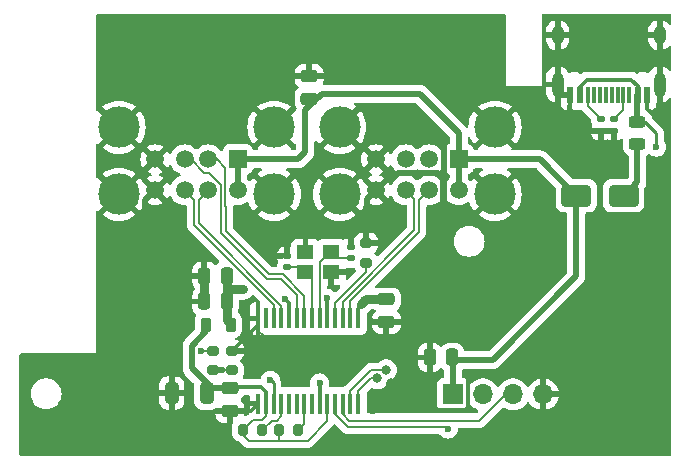
<source format=gbr>
%TF.GenerationSoftware,KiCad,Pcbnew,7.0.10-7.0.10~ubuntu22.04.1*%
%TF.CreationDate,2024-01-13T04:47:39-07:00*%
%TF.ProjectId,HIDHopper_Hub_Hat,48494448-6f70-4706-9572-5f4875625f48,rev?*%
%TF.SameCoordinates,Original*%
%TF.FileFunction,Copper,L1,Top*%
%TF.FilePolarity,Positive*%
%FSLAX46Y46*%
G04 Gerber Fmt 4.6, Leading zero omitted, Abs format (unit mm)*
G04 Created by KiCad (PCBNEW 7.0.10-7.0.10~ubuntu22.04.1) date 2024-01-13 04:47:39*
%MOMM*%
%LPD*%
G01*
G04 APERTURE LIST*
G04 Aperture macros list*
%AMRoundRect*
0 Rectangle with rounded corners*
0 $1 Rounding radius*
0 $2 $3 $4 $5 $6 $7 $8 $9 X,Y pos of 4 corners*
0 Add a 4 corners polygon primitive as box body*
4,1,4,$2,$3,$4,$5,$6,$7,$8,$9,$2,$3,0*
0 Add four circle primitives for the rounded corners*
1,1,$1+$1,$2,$3*
1,1,$1+$1,$4,$5*
1,1,$1+$1,$6,$7*
1,1,$1+$1,$8,$9*
0 Add four rect primitives between the rounded corners*
20,1,$1+$1,$2,$3,$4,$5,0*
20,1,$1+$1,$4,$5,$6,$7,0*
20,1,$1+$1,$6,$7,$8,$9,0*
20,1,$1+$1,$8,$9,$2,$3,0*%
G04 Aperture macros list end*
%TA.AperFunction,SMDPad,CuDef*%
%ADD10RoundRect,0.200000X-0.275000X0.200000X-0.275000X-0.200000X0.275000X-0.200000X0.275000X0.200000X0*%
%TD*%
%TA.AperFunction,SMDPad,CuDef*%
%ADD11RoundRect,0.140000X0.170000X-0.140000X0.170000X0.140000X-0.170000X0.140000X-0.170000X-0.140000X0*%
%TD*%
%TA.AperFunction,SMDPad,CuDef*%
%ADD12RoundRect,0.135000X-0.185000X0.135000X-0.185000X-0.135000X0.185000X-0.135000X0.185000X0.135000X0*%
%TD*%
%TA.AperFunction,ComponentPad*%
%ADD13R,1.500000X1.500000*%
%TD*%
%TA.AperFunction,ComponentPad*%
%ADD14C,1.500000*%
%TD*%
%TA.AperFunction,ComponentPad*%
%ADD15C,3.500000*%
%TD*%
%TA.AperFunction,SMDPad,CuDef*%
%ADD16RoundRect,0.250000X0.250000X0.475000X-0.250000X0.475000X-0.250000X-0.475000X0.250000X-0.475000X0*%
%TD*%
%TA.AperFunction,SMDPad,CuDef*%
%ADD17RoundRect,0.200000X0.200000X0.275000X-0.200000X0.275000X-0.200000X-0.275000X0.200000X-0.275000X0*%
%TD*%
%TA.AperFunction,ComponentPad*%
%ADD18R,1.700000X1.700000*%
%TD*%
%TA.AperFunction,ComponentPad*%
%ADD19O,1.700000X1.700000*%
%TD*%
%TA.AperFunction,SMDPad,CuDef*%
%ADD20R,0.600000X1.450000*%
%TD*%
%TA.AperFunction,SMDPad,CuDef*%
%ADD21R,0.300000X1.450000*%
%TD*%
%TA.AperFunction,ComponentPad*%
%ADD22O,1.000000X2.100000*%
%TD*%
%TA.AperFunction,ComponentPad*%
%ADD23O,1.000000X1.600000*%
%TD*%
%TA.AperFunction,SMDPad,CuDef*%
%ADD24R,1.400000X1.200000*%
%TD*%
%TA.AperFunction,SMDPad,CuDef*%
%ADD25RoundRect,0.243750X-0.456250X0.243750X-0.456250X-0.243750X0.456250X-0.243750X0.456250X0.243750X0*%
%TD*%
%TA.AperFunction,SMDPad,CuDef*%
%ADD26RoundRect,0.250000X-1.000000X-0.650000X1.000000X-0.650000X1.000000X0.650000X-1.000000X0.650000X0*%
%TD*%
%TA.AperFunction,SMDPad,CuDef*%
%ADD27RoundRect,0.250000X0.475000X-0.250000X0.475000X0.250000X-0.475000X0.250000X-0.475000X-0.250000X0*%
%TD*%
%TA.AperFunction,SMDPad,CuDef*%
%ADD28RoundRect,0.250000X-0.475000X0.250000X-0.475000X-0.250000X0.475000X-0.250000X0.475000X0.250000X0*%
%TD*%
%TA.AperFunction,SMDPad,CuDef*%
%ADD29RoundRect,0.135000X0.185000X-0.135000X0.185000X0.135000X-0.185000X0.135000X-0.185000X-0.135000X0*%
%TD*%
%TA.AperFunction,SMDPad,CuDef*%
%ADD30R,0.450000X1.750000*%
%TD*%
%TA.AperFunction,SMDPad,CuDef*%
%ADD31RoundRect,0.218750X-0.218750X-0.381250X0.218750X-0.381250X0.218750X0.381250X-0.218750X0.381250X0*%
%TD*%
%TA.AperFunction,SMDPad,CuDef*%
%ADD32RoundRect,0.250000X0.325000X0.650000X-0.325000X0.650000X-0.325000X-0.650000X0.325000X-0.650000X0*%
%TD*%
%TA.AperFunction,SMDPad,CuDef*%
%ADD33RoundRect,0.200000X0.275000X-0.200000X0.275000X0.200000X-0.275000X0.200000X-0.275000X-0.200000X0*%
%TD*%
%TA.AperFunction,ViaPad*%
%ADD34C,0.600000*%
%TD*%
%TA.AperFunction,ViaPad*%
%ADD35C,0.800000*%
%TD*%
%TA.AperFunction,Conductor*%
%ADD36C,0.200000*%
%TD*%
%TA.AperFunction,Conductor*%
%ADD37C,0.500000*%
%TD*%
%TA.AperFunction,Conductor*%
%ADD38C,0.330000*%
%TD*%
%TA.AperFunction,Conductor*%
%ADD39C,0.250000*%
%TD*%
%TA.AperFunction,Conductor*%
%ADD40C,0.750000*%
%TD*%
G04 APERTURE END LIST*
D10*
%TO.P,R5,1*%
%TO.N,GND*%
X166700000Y-83625000D03*
%TO.P,R5,2*%
%TO.N,Net-(U2-RREF)*%
X166700000Y-85275000D03*
%TD*%
D11*
%TO.P,C5,1*%
%TO.N,Net-(U2-X2)*%
X159970000Y-85680000D03*
%TO.P,C5,2*%
%TO.N,GND*%
X159970000Y-84720000D03*
%TD*%
D12*
%TO.P,R12,1*%
%TO.N,Net-(J7-CC1)*%
X187670000Y-73120000D03*
%TO.P,R12,2*%
%TO.N,GND*%
X187670000Y-74140000D03*
%TD*%
D13*
%TO.P,J5,1,VBUS1*%
%TO.N,HUB_5v*%
X155833946Y-76520000D03*
D14*
%TO.P,J5,2,D1-*%
%TO.N,P3-*%
X153333946Y-76520000D03*
%TO.P,J5,3,D1+*%
%TO.N,P3+*%
X151333946Y-76520000D03*
%TO.P,J5,4,GND1*%
%TO.N,GND*%
X148833946Y-76520000D03*
%TO.P,J5,5,VBUS2*%
%TO.N,HUB_5v*%
X155833946Y-79140000D03*
%TO.P,J5,6,D2-*%
%TO.N,P4-*%
X153333946Y-79140000D03*
%TO.P,J5,7,D2+*%
%TO.N,P4+*%
X151333946Y-79140000D03*
%TO.P,J5,8,GND2*%
%TO.N,GND*%
X148833946Y-79140000D03*
D15*
%TO.P,J5,9,Shield*%
X158903946Y-73810000D03*
X145763946Y-73810000D03*
X158903946Y-79490000D03*
X145763946Y-79490000D03*
%TD*%
D10*
%TO.P,R8,1*%
%TO.N,GND*%
X155350000Y-92750000D03*
%TO.P,R8,2*%
%TO.N,Net-(U2-PSELF)*%
X155350000Y-94400000D03*
%TD*%
D16*
%TO.P,C1,1*%
%TO.N,AVDD*%
X154890000Y-86390000D03*
%TO.P,C1,2*%
%TO.N,GND*%
X152990000Y-86390000D03*
%TD*%
D17*
%TO.P,R10,1*%
%TO.N,Net-(U2-OVCUR1#)*%
X160950000Y-99430000D03*
%TO.P,R10,2*%
%TO.N,+3.3V*%
X159300000Y-99430000D03*
%TD*%
D18*
%TO.P,J2,1,Pin_1*%
%TO.N,HUB_5v*%
X174050000Y-96430000D03*
D19*
%TO.P,J2,2,Pin_2*%
%TO.N,USB_M_-*%
X176590000Y-96430000D03*
%TO.P,J2,3,Pin_3*%
%TO.N,USB_M_+*%
X179130000Y-96430000D03*
%TO.P,J2,4,Pin_4*%
%TO.N,GND*%
X181670000Y-96430000D03*
%TD*%
D20*
%TO.P,J7,A1,GND*%
%TO.N,GND*%
X190480000Y-71105000D03*
%TO.P,J7,A4,VBUS*%
%TO.N,BPI*%
X189680000Y-71105000D03*
D21*
%TO.P,J7,A5,CC1*%
%TO.N,Net-(J7-CC1)*%
X188480000Y-71105000D03*
%TO.P,J7,A6,D+*%
%TO.N,unconnected-(J7-D+-PadA6)*%
X187480000Y-71105000D03*
%TO.P,J7,A7,D-*%
%TO.N,unconnected-(J7-D--PadA7)*%
X186980000Y-71105000D03*
%TO.P,J7,A8,SBU1*%
%TO.N,unconnected-(J7-SBU1-PadA8)*%
X185980000Y-71105000D03*
D20*
%TO.P,J7,A9,VBUS*%
%TO.N,BPI*%
X184780000Y-71105000D03*
%TO.P,J7,A12,GND*%
%TO.N,GND*%
X183980000Y-71105000D03*
%TO.P,J7,B1,GND*%
X183980000Y-71105000D03*
%TO.P,J7,B4,VBUS*%
%TO.N,BPI*%
X184780000Y-71105000D03*
D21*
%TO.P,J7,B5,CC2*%
%TO.N,Net-(J7-CC2)*%
X185480000Y-71105000D03*
%TO.P,J7,B6,D+*%
%TO.N,unconnected-(J7-D+-PadB6)*%
X186480000Y-71105000D03*
%TO.P,J7,B7,D-*%
%TO.N,unconnected-(J7-D--PadB7)*%
X187980000Y-71105000D03*
%TO.P,J7,B8,SBU2*%
%TO.N,unconnected-(J7-SBU2-PadB8)*%
X188980000Y-71105000D03*
D20*
%TO.P,J7,B9,VBUS*%
%TO.N,BPI*%
X189680000Y-71105000D03*
%TO.P,J7,B12,GND*%
%TO.N,GND*%
X190480000Y-71105000D03*
D22*
%TO.P,J7,S1,SHIELD*%
X191550000Y-70190000D03*
D23*
X191550000Y-66010000D03*
D22*
X182910000Y-70190000D03*
D23*
X182910000Y-66010000D03*
%TD*%
D24*
%TO.P,Y1,1,1*%
%TO.N,Net-(U2-X2)*%
X161560000Y-86080000D03*
%TO.P,Y1,2,2*%
%TO.N,GND*%
X163760000Y-86080000D03*
%TO.P,Y1,3,3*%
%TO.N,Net-(U2-X1)*%
X163760000Y-84380000D03*
%TO.P,Y1,4,4*%
%TO.N,GND*%
X161560000Y-84380000D03*
%TD*%
D25*
%TO.P,F1,1*%
%TO.N,BPI*%
X189670000Y-73362500D03*
%TO.P,F1,2*%
%TO.N,Net-(D1-A)*%
X189670000Y-75237500D03*
%TD*%
D26*
%TO.P,D1,1,K*%
%TO.N,HUB_5v*%
X184500000Y-79600000D03*
%TO.P,D1,2,A*%
%TO.N,Net-(D1-A)*%
X188500000Y-79600000D03*
%TD*%
D27*
%TO.P,C10,1*%
%TO.N,HUB_5v*%
X161870000Y-71380000D03*
%TO.P,C10,2*%
%TO.N,GND*%
X161870000Y-69480000D03*
%TD*%
D28*
%TO.P,C3,1*%
%TO.N,AVDD*%
X168410000Y-88390000D03*
%TO.P,C3,2*%
%TO.N,GND*%
X168410000Y-90290000D03*
%TD*%
D29*
%TO.P,R13,1*%
%TO.N,GND*%
X186580000Y-74150000D03*
%TO.P,R13,2*%
%TO.N,Net-(J7-CC2)*%
X186580000Y-73130000D03*
%TD*%
D30*
%TO.P,U2,1,AVDD*%
%TO.N,AVDD*%
X166010000Y-90000000D03*
%TO.P,U2,2,DM2*%
%TO.N,P2-*%
X165360000Y-90000000D03*
%TO.P,U2,3,DP2*%
%TO.N,P2+*%
X164710000Y-90000000D03*
%TO.P,U2,4,RREF*%
%TO.N,Net-(U2-RREF)*%
X164060000Y-90000000D03*
%TO.P,U2,5,AVDD*%
%TO.N,AVDD*%
X163410000Y-90000000D03*
%TO.P,U2,6,X1*%
%TO.N,Net-(U2-X1)*%
X162760000Y-90000000D03*
%TO.P,U2,7,X2*%
%TO.N,Net-(U2-X2)*%
X162110000Y-90000000D03*
%TO.P,U2,8,DM3*%
%TO.N,P3-*%
X161460000Y-90000000D03*
%TO.P,U2,9,DP3*%
%TO.N,P3+*%
X160810000Y-90000000D03*
%TO.P,U2,10,AVDD*%
%TO.N,AVDD*%
X160160000Y-90000000D03*
%TO.P,U2,11,DM4*%
%TO.N,P4-*%
X159510000Y-90000000D03*
%TO.P,U2,12,DP4*%
%TO.N,P4+*%
X158860000Y-90000000D03*
%TO.P,U2,13,RESET#*%
%TO.N,Net-(U2-RESET#)*%
X158210000Y-90000000D03*
%TO.P,U2,14,Test/SCL*%
%TO.N,GND*%
X157560000Y-90000000D03*
%TO.P,U2,15,GND*%
X157560000Y-97200000D03*
%TO.P,U2,16,DVDD*%
%TO.N,+3.3V*%
X158210000Y-97200000D03*
%TO.P,U2,17,PSELF*%
%TO.N,Net-(U2-PSELF)*%
X158860000Y-97200000D03*
%TO.P,U2,18,PGANG*%
%TO.N,Net-(U2-PGANG)*%
X159510000Y-97200000D03*
%TO.P,U2,19,OVCUR2#*%
%TO.N,unconnected-(U2-OVCUR2#-Pad19)*%
X160160000Y-97200000D03*
%TO.P,U2,20,PWREN2#*%
%TO.N,unconnected-(U2-PWREN2#-Pad20)*%
X160810000Y-97200000D03*
%TO.P,U2,21,OVCUR1#*%
%TO.N,Net-(U2-OVCUR1#)*%
X161460000Y-97200000D03*
%TO.P,U2,22,PWREN1#*%
%TO.N,unconnected-(U2-PWREN1#-Pad22)*%
X162110000Y-97200000D03*
%TO.P,U2,23,V5*%
%TO.N,HUB_5v*%
X162760000Y-97200000D03*
%TO.P,U2,24,V33*%
%TO.N,+3.3V*%
X163410000Y-97200000D03*
%TO.P,U2,25,DM0*%
%TO.N,USB_M_-*%
X164060000Y-97200000D03*
%TO.P,U2,26,DP0*%
%TO.N,USB_M_+*%
X164710000Y-97200000D03*
%TO.P,U2,27,DM1*%
%TO.N,P1-*%
X165360000Y-97200000D03*
%TO.P,U2,28,DP1*%
%TO.N,P1+*%
X166010000Y-97200000D03*
%TD*%
D16*
%TO.P,C2,1*%
%TO.N,AVDD*%
X154890000Y-88560000D03*
%TO.P,C2,2*%
%TO.N,GND*%
X152990000Y-88560000D03*
%TD*%
D17*
%TO.P,R3,1*%
%TO.N,Net-(U2-PGANG)*%
X157910000Y-99430000D03*
%TO.P,R3,2*%
%TO.N,+3.3V*%
X156260000Y-99430000D03*
%TD*%
D28*
%TO.P,C8,1*%
%TO.N,+3.3V*%
X155160000Y-95920000D03*
%TO.P,C8,2*%
%TO.N,GND*%
X155160000Y-97820000D03*
%TD*%
D31*
%TO.P,L1,1,1*%
%TO.N,+3.3V*%
X153127500Y-90530000D03*
%TO.P,L1,2,2*%
%TO.N,AVDD*%
X155252500Y-90530000D03*
%TD*%
D11*
%TO.P,C6,1*%
%TO.N,Net-(U2-X1)*%
X165410000Y-84920000D03*
%TO.P,C6,2*%
%TO.N,GND*%
X165410000Y-83960000D03*
%TD*%
D13*
%TO.P,J1,1,VBUS1*%
%TO.N,HUB_5v*%
X174530000Y-76520000D03*
D14*
%TO.P,J1,2,D1-*%
%TO.N,P1-*%
X172030000Y-76520000D03*
%TO.P,J1,3,D1+*%
%TO.N,P1+*%
X170030000Y-76520000D03*
%TO.P,J1,4,GND1*%
%TO.N,GND*%
X167530000Y-76520000D03*
%TO.P,J1,5,VBUS2*%
%TO.N,HUB_5v*%
X174530000Y-79140000D03*
%TO.P,J1,6,D2-*%
%TO.N,P2-*%
X172030000Y-79140000D03*
%TO.P,J1,7,D2+*%
%TO.N,P2+*%
X170030000Y-79140000D03*
%TO.P,J1,8,GND2*%
%TO.N,GND*%
X167530000Y-79140000D03*
D15*
%TO.P,J1,9,Shield*%
X177600000Y-73810000D03*
X164460000Y-73810000D03*
X177600000Y-79490000D03*
X164460000Y-79490000D03*
%TD*%
D16*
%TO.P,C7,1*%
%TO.N,HUB_5v*%
X173990000Y-93300000D03*
%TO.P,C7,2*%
%TO.N,GND*%
X172090000Y-93300000D03*
%TD*%
D32*
%TO.P,C9,1*%
%TO.N,+3.3V*%
X153190000Y-96310000D03*
%TO.P,C9,2*%
%TO.N,GND*%
X150240000Y-96310000D03*
%TD*%
D33*
%TO.P,R9,1*%
%TO.N,Net-(U2-PSELF)*%
X153710000Y-94400000D03*
%TO.P,R9,2*%
%TO.N,BPI*%
X153710000Y-92750000D03*
%TD*%
D34*
%TO.N,GND*%
X160510000Y-95420000D03*
X159950000Y-83420000D03*
X151560000Y-86350000D03*
X171740000Y-97760000D03*
X153010000Y-99250000D03*
X161520000Y-82850000D03*
X166750000Y-93550000D03*
X161860000Y-68090000D03*
X167280000Y-97850000D03*
X174760000Y-99630000D03*
X165270000Y-86090000D03*
X165420000Y-82890000D03*
X167080000Y-90250000D03*
X166760000Y-82280000D03*
X156830000Y-91290000D03*
X151520000Y-88530000D03*
X173630000Y-85130000D03*
X150230000Y-98110000D03*
X156350000Y-88920000D03*
D35*
X168830000Y-95490000D03*
D34*
X156410000Y-93540000D03*
X168380000Y-91430000D03*
X173950000Y-88850000D03*
X160330000Y-93520000D03*
%TO.N,Net-(U2-PSELF)*%
X154520000Y-94400000D03*
X158570000Y-95230000D03*
%TO.N,BPI*%
X152680000Y-92770000D03*
X191270000Y-75490000D03*
%TO.N,AVDD*%
X166555000Y-88400000D03*
X159790000Y-88350000D03*
X156260000Y-87510000D03*
X163385000Y-88290000D03*
X155480000Y-87500000D03*
D35*
%TO.N,P1-*%
X168400000Y-94360000D03*
%TO.N,P1+*%
X167645503Y-95059500D03*
D34*
%TO.N,USB_M_-*%
X173640000Y-99350000D03*
%TO.N,HUB_5v*%
X162750000Y-95470000D03*
%TD*%
D36*
%TO.N,GND*%
X157560000Y-91050000D02*
X158020000Y-91510000D01*
D37*
X173230000Y-78190000D02*
X172760000Y-77720000D01*
D38*
X190480000Y-72240000D02*
X191030000Y-72790000D01*
D37*
X173260000Y-75440000D02*
X173330000Y-75510000D01*
X169690000Y-74360000D02*
X172000000Y-74360000D01*
D39*
X150365000Y-96185000D02*
X150240000Y-96310000D01*
D37*
X167530000Y-79140000D02*
X166750000Y-79920000D01*
D38*
X175310000Y-95770000D02*
X175310000Y-95570000D01*
D36*
X157560000Y-90000000D02*
X157560000Y-91050000D01*
D38*
X190480000Y-71105000D02*
X190480000Y-72240000D01*
X175310000Y-95570000D02*
X176150000Y-94730000D01*
D36*
X158020000Y-91510000D02*
X166530000Y-91510000D01*
D37*
X173330000Y-77060000D02*
X173330000Y-80510000D01*
X173630000Y-85130000D02*
X173170000Y-84670000D01*
D38*
X175310000Y-97500000D02*
X175310000Y-96020000D01*
X183980000Y-72590000D02*
X183990000Y-72600000D01*
D37*
X173330000Y-75510000D02*
X173330000Y-77060000D01*
X173330000Y-80510000D02*
X173520000Y-80700000D01*
X148833946Y-79140000D02*
X148010000Y-79963946D01*
D38*
X183980000Y-71105000D02*
X183980000Y-72590000D01*
X157560000Y-90000000D02*
X157560000Y-90540000D01*
D37*
X148010000Y-79963946D02*
X148010000Y-80550000D01*
D38*
X157560000Y-90000000D02*
X157560000Y-88620000D01*
D37*
X172000000Y-74360000D02*
X172180000Y-74360000D01*
X172180000Y-74360000D02*
X173260000Y-75440000D01*
D38*
X155160000Y-97820000D02*
X156940000Y-97820000D01*
D37*
X173170000Y-81660000D02*
X173230000Y-81600000D01*
D38*
X175310000Y-95770000D02*
X175310000Y-95060000D01*
D37*
X173170000Y-84670000D02*
X173170000Y-81660000D01*
D36*
X157560000Y-91520000D02*
X157560000Y-91840000D01*
D38*
X156810000Y-91290000D02*
X155350000Y-92750000D01*
D40*
X152990000Y-87470000D02*
X152990000Y-88560000D01*
D37*
X172760000Y-77720000D02*
X169360000Y-77720000D01*
D38*
X171740000Y-97760000D02*
X175050000Y-97760000D01*
D40*
X152980000Y-87460000D02*
X152990000Y-87470000D01*
D38*
X156830000Y-91290000D02*
X156810000Y-91290000D01*
D37*
X173230000Y-81600000D02*
X173230000Y-78190000D01*
D40*
X152990000Y-86390000D02*
X152990000Y-87450000D01*
D38*
X157560000Y-90000000D02*
X157560000Y-91520000D01*
D40*
X152990000Y-87450000D02*
X152980000Y-87460000D01*
D37*
X167530000Y-76520000D02*
X169690000Y-74360000D01*
D38*
X175310000Y-96020000D02*
X175310000Y-95770000D01*
D37*
X169360000Y-77720000D02*
X169230000Y-77850000D01*
X166750000Y-79920000D02*
X166750000Y-80390000D01*
D38*
X157560000Y-90540000D02*
X156830000Y-91270000D01*
X175050000Y-97760000D02*
X175140000Y-97670000D01*
X157560000Y-88620000D02*
X157350000Y-88410000D01*
X156940000Y-97820000D02*
X157560000Y-97200000D01*
X175310000Y-95060000D02*
X175380000Y-94990000D01*
X156830000Y-91270000D02*
X156830000Y-91290000D01*
X175140000Y-97670000D02*
X175310000Y-97500000D01*
D37*
%TO.N,Net-(D1-A)*%
X189670000Y-78430000D02*
X188500000Y-79600000D01*
X189670000Y-75237500D02*
X189670000Y-78430000D01*
D36*
%TO.N,Net-(U2-PGANG)*%
X158690000Y-98650000D02*
X157910000Y-99430000D01*
X157560000Y-99670000D02*
X157560000Y-99430000D01*
X159135000Y-98650000D02*
X158690000Y-98650000D01*
X159510000Y-98275000D02*
X159135000Y-98650000D01*
X159510000Y-97200000D02*
X159510000Y-98275000D01*
D38*
%TO.N,+3.3V*%
X157790000Y-95790000D02*
X155720000Y-95790000D01*
D36*
X159300000Y-100310000D02*
X159320000Y-100330000D01*
D37*
X151930000Y-94210000D02*
X153640000Y-95920000D01*
D36*
X159300000Y-99430000D02*
X159300000Y-100310000D01*
X157885000Y-98600000D02*
X157090000Y-98600000D01*
X156260000Y-99430000D02*
X156260000Y-99840000D01*
D38*
X158210000Y-96210000D02*
X157790000Y-95790000D01*
D36*
X158210000Y-98275000D02*
X157885000Y-98600000D01*
D37*
X153640000Y-95920000D02*
X155160000Y-95920000D01*
D36*
X161740000Y-100330000D02*
X163410000Y-98660000D01*
D37*
X151930000Y-93020000D02*
X151930000Y-94210000D01*
D38*
X158210000Y-97200000D02*
X158210000Y-96210000D01*
X155720000Y-95790000D02*
X155700000Y-95770000D01*
D37*
X153127500Y-90530000D02*
X153127500Y-91092500D01*
D36*
X157090000Y-98600000D02*
X156260000Y-99430000D01*
X158210000Y-97200000D02*
X158210000Y-98275000D01*
D37*
X153127500Y-91092500D02*
X151930000Y-92290000D01*
D36*
X163410000Y-98660000D02*
X163410000Y-97200000D01*
X156260000Y-99840000D02*
X156750000Y-100330000D01*
D37*
X151930000Y-92290000D02*
X151930000Y-93020000D01*
D36*
X156750000Y-100330000D02*
X159320000Y-100330000D01*
X159320000Y-100330000D02*
X161740000Y-100330000D01*
%TO.N,Net-(U2-RREF)*%
X166700000Y-86023629D02*
X166700000Y-85275000D01*
X164060000Y-88663629D02*
X166700000Y-86023629D01*
X164060000Y-90000000D02*
X164060000Y-88663629D01*
D39*
%TO.N,Net-(U2-PSELF)*%
X158570000Y-95230000D02*
X158570000Y-95200000D01*
D36*
X154520000Y-94400000D02*
X155350000Y-94400000D01*
D39*
X158860000Y-95490000D02*
X158600000Y-95230000D01*
X158860000Y-97200000D02*
X158860000Y-95490000D01*
X158570000Y-95200000D02*
X158560000Y-95190000D01*
D36*
X153710000Y-94400000D02*
X154520000Y-94400000D01*
X158860000Y-96110000D02*
X158860000Y-97200000D01*
D39*
X158600000Y-95230000D02*
X158570000Y-95230000D01*
D38*
%TO.N,BPI*%
X185380000Y-69770000D02*
X184780000Y-70370000D01*
X189680000Y-71105000D02*
X189680000Y-70330000D01*
D39*
X191270000Y-74330000D02*
X190302500Y-73362500D01*
D38*
X189680000Y-73352500D02*
X189670000Y-73362500D01*
D36*
X153710000Y-92750000D02*
X152680000Y-92770000D01*
D38*
X189120000Y-69770000D02*
X185380000Y-69770000D01*
X184780000Y-70370000D02*
X184780000Y-71105000D01*
D39*
X191270000Y-75490000D02*
X191270000Y-74330000D01*
D36*
X152680000Y-92770000D02*
X152680000Y-92750000D01*
D38*
X189680000Y-70330000D02*
X189120000Y-69770000D01*
D39*
X190302500Y-73362500D02*
X189670000Y-73362500D01*
D37*
X189670000Y-73362500D02*
X189670000Y-71115000D01*
X189670000Y-71115000D02*
X189680000Y-71105000D01*
D36*
%TO.N,Net-(U2-OVCUR1#)*%
X161460000Y-97200000D02*
X161460000Y-98920000D01*
X161460000Y-98920000D02*
X160950000Y-99430000D01*
%TO.N,Net-(J7-CC1)*%
X188480000Y-72310000D02*
X187670000Y-73120000D01*
X188480000Y-71105000D02*
X188480000Y-72310000D01*
D40*
%TO.N,AVDD*%
X155480000Y-87500000D02*
X155490000Y-87510000D01*
X166715000Y-88340000D02*
X166257500Y-88797500D01*
D36*
X166010000Y-90000000D02*
X166010000Y-89045000D01*
D40*
X154890000Y-87510000D02*
X155470000Y-87510000D01*
X155470000Y-87510000D02*
X155480000Y-87500000D01*
X168190000Y-88340000D02*
X166715000Y-88340000D01*
D36*
X166655000Y-88400000D02*
X166695000Y-88360000D01*
D40*
X154890000Y-90167500D02*
X155252500Y-90530000D01*
D36*
X166257500Y-88797500D02*
X166555000Y-88500000D01*
X166555000Y-88400000D02*
X166655000Y-88400000D01*
D38*
X159790000Y-88350000D02*
X160160000Y-88720000D01*
X160160000Y-88720000D02*
X160160000Y-90000000D01*
X163385000Y-88290000D02*
X163385000Y-89975000D01*
X163385000Y-89975000D02*
X163410000Y-90000000D01*
D40*
X155490000Y-87510000D02*
X156260000Y-87510000D01*
X156260000Y-87510000D02*
X156290000Y-87510000D01*
X154890000Y-86390000D02*
X154890000Y-87510000D01*
D36*
X166695000Y-88360000D02*
X166905000Y-88360000D01*
X166555000Y-88500000D02*
X166555000Y-88400000D01*
X166010000Y-89045000D02*
X166257500Y-88797500D01*
D40*
X154890000Y-87510000D02*
X154890000Y-90167500D01*
D36*
X163385000Y-88290000D02*
X163410000Y-88265000D01*
%TO.N,P2-*%
X171190000Y-82665001D02*
X171190000Y-79980000D01*
X171190000Y-79980000D02*
X172030000Y-79140000D01*
X165360000Y-88495001D02*
X171190000Y-82665001D01*
X165360000Y-90000000D02*
X165360000Y-88495001D01*
%TO.N,P2+*%
X164710000Y-90000000D02*
X164710000Y-88579315D01*
X164710000Y-88579315D02*
X170790000Y-82499315D01*
X170790000Y-79900000D02*
X170030000Y-79140000D01*
X170790000Y-82499315D02*
X170790000Y-79900000D01*
%TO.N,Net-(U2-X1)*%
X162760000Y-90000000D02*
X162760000Y-85180000D01*
X163560000Y-84380000D02*
X163760000Y-84380000D01*
X165410000Y-84920000D02*
X164300000Y-84920000D01*
X162760000Y-85180000D02*
X163560000Y-84380000D01*
X164300000Y-84920000D02*
X163760000Y-84380000D01*
%TO.N,Net-(U2-X2)*%
X162110000Y-86630000D02*
X161560000Y-86080000D01*
X161160000Y-85680000D02*
X161560000Y-86080000D01*
X159970000Y-85680000D02*
X161160000Y-85680000D01*
X162110000Y-90000000D02*
X162110000Y-86630000D01*
%TO.N,P3-*%
X158465686Y-86260000D02*
X154800000Y-82594314D01*
X154783946Y-80498260D02*
X154783946Y-77273946D01*
X154030000Y-76520000D02*
X153333946Y-76520000D01*
X154800000Y-82594314D02*
X154800000Y-80514314D01*
X159620000Y-86260000D02*
X158465686Y-86260000D01*
X154800000Y-80514314D02*
X154783946Y-80498260D01*
X161460000Y-88100000D02*
X159620000Y-86260000D01*
X161460000Y-90000000D02*
X161460000Y-88100000D01*
X154783946Y-77273946D02*
X154030000Y-76520000D01*
%TO.N,P3+*%
X152980000Y-77670000D02*
X153380000Y-77670000D01*
X154383946Y-78673946D02*
X154383946Y-80663946D01*
X160810000Y-88015686D02*
X160810000Y-90000000D01*
X151333946Y-76520000D02*
X151830000Y-76520000D01*
X159454314Y-86660000D02*
X160810000Y-88015686D01*
X151830000Y-76520000D02*
X152980000Y-77670000D01*
X154383946Y-80663946D02*
X154400000Y-80680000D01*
X154383946Y-80663946D02*
X154383946Y-82743945D01*
X158300000Y-86660000D02*
X159454314Y-86660000D01*
X154383946Y-82743945D02*
X158300000Y-86660000D01*
X153380000Y-77670000D02*
X154383946Y-78673946D01*
%TO.N,P4-*%
X152833946Y-79140000D02*
X152833946Y-79346054D01*
X152530000Y-81944314D02*
X152530000Y-79943946D01*
X159510000Y-90000000D02*
X159510000Y-88924314D01*
X152530000Y-79943946D02*
X153333946Y-79140000D01*
X159510000Y-88924314D02*
X152530000Y-81944314D01*
%TO.N,P4+*%
X158860000Y-88840000D02*
X152130000Y-82109999D01*
X158860000Y-90000000D02*
X158860000Y-88840000D01*
X152130000Y-82109999D02*
X152130000Y-79936054D01*
X152130000Y-79936054D02*
X151333946Y-79140000D01*
%TO.N,P1-*%
X167110000Y-94360000D02*
X165360000Y-96110000D01*
X165360000Y-96110000D02*
X165360000Y-97200000D01*
X168400000Y-94360000D02*
X167110000Y-94360000D01*
%TO.N,P1+*%
X167645503Y-95059500D02*
X167090500Y-95059500D01*
X167090500Y-95059500D02*
X166010000Y-96140000D01*
X166010000Y-96140000D02*
X166010000Y-97200000D01*
%TO.N,Net-(J7-CC2)*%
X185480000Y-71105000D02*
X185480000Y-72030000D01*
X185480000Y-72030000D02*
X186580000Y-73130000D01*
%TO.N,USB_M_-*%
X173490000Y-99200000D02*
X165185000Y-99200000D01*
X165185000Y-99200000D02*
X164060000Y-98075000D01*
X164060000Y-98075000D02*
X164060000Y-97200000D01*
X173640000Y-99350000D02*
X173490000Y-99200000D01*
%TO.N,USB_M_+*%
X164710000Y-98075000D02*
X164710000Y-97200000D01*
X178510000Y-96430000D02*
X176290000Y-98650000D01*
X179080000Y-96430000D02*
X179130000Y-96430000D01*
X165285000Y-98650000D02*
X164710000Y-98075000D01*
X179130000Y-96430000D02*
X178510000Y-96430000D01*
X176290000Y-98650000D02*
X165285000Y-98650000D01*
D37*
%TO.N,HUB_5v*%
X161550000Y-72350000D02*
X162940000Y-70960000D01*
X161550000Y-75900000D02*
X161550000Y-72350000D01*
X184500000Y-86430000D02*
X177420000Y-93510000D01*
D38*
X162760000Y-97200000D02*
X162760000Y-95480000D01*
X162750000Y-95470000D02*
X162760000Y-95460000D01*
D37*
X174050000Y-93510000D02*
X174050000Y-96430000D01*
D38*
X162760000Y-95460000D02*
X162760000Y-95360000D01*
X162760000Y-95480000D02*
X162750000Y-95470000D01*
X162760000Y-95360000D02*
X162770000Y-95350000D01*
D37*
X160930000Y-76520000D02*
X161550000Y-75900000D01*
X171220000Y-70960000D02*
X174530000Y-74270000D01*
X184500000Y-79600000D02*
X184500000Y-86430000D01*
X177420000Y-93510000D02*
X174050000Y-93510000D01*
X155833946Y-76520000D02*
X155833946Y-79140000D01*
X174530000Y-76520000D02*
X174530000Y-79140000D01*
X162940000Y-70960000D02*
X171220000Y-70960000D01*
X174530000Y-74270000D02*
X174530000Y-76520000D01*
X174530000Y-76520000D02*
X181420000Y-76520000D01*
X181420000Y-76520000D02*
X184500000Y-79600000D01*
X155833946Y-76520000D02*
X160930000Y-76520000D01*
%TD*%
%TA.AperFunction,Conductor*%
%TO.N,GND*%
G36*
X192492539Y-64250185D02*
G01*
X192538294Y-64302989D01*
X192549500Y-64354500D01*
X192549500Y-65004248D01*
X192529815Y-65071287D01*
X192477011Y-65117042D01*
X192407853Y-65126986D01*
X192344297Y-65097961D01*
X192331414Y-65085018D01*
X192242521Y-64981469D01*
X192242520Y-64981468D01*
X192081695Y-64856981D01*
X191899093Y-64767411D01*
X191800000Y-64741753D01*
X191800000Y-65543889D01*
X191775543Y-65504390D01*
X191686038Y-65436799D01*
X191578160Y-65406105D01*
X191466479Y-65416454D01*
X191366078Y-65466448D01*
X191300000Y-65538930D01*
X191300000Y-64736633D01*
X191298053Y-64736931D01*
X191298047Y-64736933D01*
X191107342Y-64807562D01*
X191107335Y-64807565D01*
X190934732Y-64915149D01*
X190787331Y-65055264D01*
X190787330Y-65055266D01*
X190671143Y-65222195D01*
X190590940Y-65409092D01*
X190550000Y-65608309D01*
X190550000Y-65760000D01*
X191250000Y-65760000D01*
X191250000Y-66260000D01*
X190550000Y-66260000D01*
X190550000Y-66360713D01*
X190565418Y-66512338D01*
X190626299Y-66706381D01*
X190626304Y-66706391D01*
X190725005Y-66884215D01*
X190725005Y-66884216D01*
X190857478Y-67038530D01*
X190857479Y-67038531D01*
X191018304Y-67163018D01*
X191200907Y-67252589D01*
X191300000Y-67278244D01*
X191300000Y-66476110D01*
X191324457Y-66515610D01*
X191413962Y-66583201D01*
X191521840Y-66613895D01*
X191633521Y-66603546D01*
X191733922Y-66553552D01*
X191800000Y-66481069D01*
X191800000Y-67283365D01*
X191801944Y-67283069D01*
X191801945Y-67283069D01*
X191992660Y-67212436D01*
X191992664Y-67212434D01*
X192165267Y-67104850D01*
X192312668Y-66964735D01*
X192312669Y-66964733D01*
X192323725Y-66948850D01*
X192378179Y-66905071D01*
X192447657Y-66897683D01*
X192510100Y-66929029D01*
X192545683Y-66989159D01*
X192549500Y-67019687D01*
X192549500Y-68934248D01*
X192529815Y-69001287D01*
X192477011Y-69047042D01*
X192407853Y-69056986D01*
X192344297Y-69027961D01*
X192331414Y-69015018D01*
X192242521Y-68911469D01*
X192242520Y-68911468D01*
X192081695Y-68786981D01*
X191899093Y-68697411D01*
X191800000Y-68671753D01*
X191800000Y-69473889D01*
X191775543Y-69434390D01*
X191686038Y-69366799D01*
X191578160Y-69336105D01*
X191466479Y-69346454D01*
X191366078Y-69396448D01*
X191300000Y-69468930D01*
X191300000Y-68666633D01*
X191298053Y-68666931D01*
X191298047Y-68666933D01*
X191107342Y-68737562D01*
X191107335Y-68737565D01*
X190934732Y-68845149D01*
X190787331Y-68985264D01*
X190787330Y-68985266D01*
X190671142Y-69152197D01*
X190671140Y-69152200D01*
X190667760Y-69160078D01*
X190623232Y-69213921D01*
X190556663Y-69235142D01*
X190489189Y-69217005D01*
X190478332Y-69209556D01*
X190410233Y-69157302D01*
X190410232Y-69157301D01*
X190410230Y-69157300D01*
X190282309Y-69104314D01*
X190270236Y-69099313D01*
X190256171Y-69097461D01*
X190157727Y-69084500D01*
X190157720Y-69084500D01*
X190082280Y-69084500D01*
X190082272Y-69084500D01*
X189969764Y-69099313D01*
X189969763Y-69099313D01*
X189829769Y-69157300D01*
X189829766Y-69157302D01*
X189706376Y-69251983D01*
X189641207Y-69277177D01*
X189572762Y-69263139D01*
X189560457Y-69255661D01*
X189522428Y-69229412D01*
X189516401Y-69224977D01*
X189470987Y-69189397D01*
X189462495Y-69185575D01*
X189442953Y-69174554D01*
X189435290Y-69169265D01*
X189381360Y-69148812D01*
X189374442Y-69145946D01*
X189321842Y-69122273D01*
X189312680Y-69120594D01*
X189291073Y-69114570D01*
X189282362Y-69111266D01*
X189225097Y-69104313D01*
X189217694Y-69103186D01*
X189160964Y-69092790D01*
X189160960Y-69092790D01*
X189103371Y-69096274D01*
X189095883Y-69096500D01*
X185404116Y-69096500D01*
X185396630Y-69096274D01*
X185367054Y-69094484D01*
X185339037Y-69092790D01*
X185339031Y-69092790D01*
X185282296Y-69103187D01*
X185274894Y-69104314D01*
X185217638Y-69111266D01*
X185217628Y-69111269D01*
X185208918Y-69114572D01*
X185187321Y-69120593D01*
X185178159Y-69122272D01*
X185125572Y-69145940D01*
X185118655Y-69148805D01*
X185064712Y-69169264D01*
X185064706Y-69169267D01*
X185057043Y-69174556D01*
X185037509Y-69185574D01*
X185029010Y-69189399D01*
X184983598Y-69224976D01*
X184977570Y-69229412D01*
X184930102Y-69262177D01*
X184928516Y-69263583D01*
X184927108Y-69264244D01*
X184923935Y-69266435D01*
X184923570Y-69265907D01*
X184865281Y-69293300D01*
X184796018Y-69284112D01*
X184757616Y-69253884D01*
X184756202Y-69255299D01*
X184750457Y-69249554D01*
X184750451Y-69249549D01*
X184630233Y-69157302D01*
X184630229Y-69157300D01*
X184545666Y-69122273D01*
X184490236Y-69099313D01*
X184476171Y-69097461D01*
X184377727Y-69084500D01*
X184377720Y-69084500D01*
X184302280Y-69084500D01*
X184302272Y-69084500D01*
X184189764Y-69099313D01*
X184189763Y-69099313D01*
X184049769Y-69157300D01*
X184027821Y-69174142D01*
X183978743Y-69211800D01*
X183913575Y-69236994D01*
X183845131Y-69222956D01*
X183795141Y-69174142D01*
X183794839Y-69173602D01*
X183734994Y-69065784D01*
X183734994Y-69065783D01*
X183602521Y-68911469D01*
X183602520Y-68911468D01*
X183441695Y-68786981D01*
X183259093Y-68697411D01*
X183160000Y-68671753D01*
X183160000Y-69473889D01*
X183135543Y-69434390D01*
X183046038Y-69366799D01*
X182938160Y-69336105D01*
X182826479Y-69346454D01*
X182726078Y-69396448D01*
X182660000Y-69468930D01*
X182660000Y-68666633D01*
X182658053Y-68666931D01*
X182658047Y-68666933D01*
X182467342Y-68737562D01*
X182467335Y-68737565D01*
X182294732Y-68845149D01*
X182147331Y-68985264D01*
X182147330Y-68985266D01*
X182031143Y-69152195D01*
X181950940Y-69339092D01*
X181910000Y-69538309D01*
X181910000Y-69940000D01*
X182610000Y-69940000D01*
X182610000Y-70440000D01*
X181910000Y-70440000D01*
X181910000Y-70790713D01*
X181925418Y-70942338D01*
X181986299Y-71136381D01*
X181986304Y-71136391D01*
X182085005Y-71314215D01*
X182085005Y-71314216D01*
X182217478Y-71468530D01*
X182217479Y-71468531D01*
X182378304Y-71593018D01*
X182560907Y-71682589D01*
X182660000Y-71708244D01*
X182660000Y-70906110D01*
X182684457Y-70945610D01*
X182773962Y-71013201D01*
X182881840Y-71043895D01*
X182993521Y-71033546D01*
X183093922Y-70983552D01*
X183169484Y-70900666D01*
X183187175Y-70855000D01*
X183730000Y-70855000D01*
X183759819Y-70825181D01*
X183821142Y-70791696D01*
X183890834Y-70796680D01*
X183946767Y-70838552D01*
X183971184Y-70904016D01*
X183971500Y-70912862D01*
X183971500Y-71297138D01*
X183951815Y-71364177D01*
X183899011Y-71409932D01*
X183829853Y-71419876D01*
X183766297Y-71390851D01*
X183759819Y-71384819D01*
X183730000Y-71355000D01*
X183160000Y-71355000D01*
X183160000Y-71729200D01*
X183174824Y-71752047D01*
X183180000Y-71787500D01*
X183180000Y-71877844D01*
X183186401Y-71937372D01*
X183186403Y-71937379D01*
X183236645Y-72072086D01*
X183236649Y-72072093D01*
X183322809Y-72187187D01*
X183322812Y-72187190D01*
X183437906Y-72273350D01*
X183437913Y-72273354D01*
X183572620Y-72323596D01*
X183572627Y-72323598D01*
X183632155Y-72329999D01*
X183632172Y-72330000D01*
X183730000Y-72330000D01*
X183730000Y-71945742D01*
X183749685Y-71878703D01*
X183802489Y-71832948D01*
X183871647Y-71823004D01*
X183935203Y-71852029D01*
X183972977Y-71910807D01*
X183977289Y-71932487D01*
X183978010Y-71939201D01*
X183978011Y-71939204D01*
X184019488Y-72050405D01*
X184029111Y-72076204D01*
X184116739Y-72193261D01*
X184180313Y-72240852D01*
X184222182Y-72296782D01*
X184227773Y-72327773D01*
X184230000Y-72330000D01*
X184327822Y-72330000D01*
X184327823Y-72329999D01*
X184330452Y-72329717D01*
X184363022Y-72331753D01*
X184363086Y-72331160D01*
X184431345Y-72338499D01*
X184431362Y-72338500D01*
X184888573Y-72338500D01*
X184955612Y-72358185D01*
X184986946Y-72387012D01*
X185021523Y-72432072D01*
X185021525Y-72432074D01*
X185046013Y-72463987D01*
X185071481Y-72483529D01*
X185083673Y-72494222D01*
X185715181Y-73125729D01*
X185748666Y-73187052D01*
X185751500Y-73213409D01*
X185751500Y-73329976D01*
X185751501Y-73329999D01*
X185754371Y-73366466D01*
X185754371Y-73366467D01*
X185799729Y-73522591D01*
X185799732Y-73522598D01*
X185836771Y-73585229D01*
X185853954Y-73652953D01*
X185836772Y-73711469D01*
X185807594Y-73760806D01*
X185767156Y-73900000D01*
X186256511Y-73900000D01*
X186291106Y-73904924D01*
X186293527Y-73905627D01*
X186293534Y-73905629D01*
X186330011Y-73908500D01*
X186829988Y-73908499D01*
X186866466Y-73905629D01*
X186903313Y-73894924D01*
X186937908Y-73890000D01*
X187346511Y-73890000D01*
X187381106Y-73894924D01*
X187383527Y-73895627D01*
X187383534Y-73895629D01*
X187420011Y-73898500D01*
X187796000Y-73898499D01*
X187863039Y-73918183D01*
X187908794Y-73970987D01*
X187920000Y-74022499D01*
X187920000Y-74909930D01*
X187955122Y-74907167D01*
X187955128Y-74907166D01*
X188109188Y-74862407D01*
X188109191Y-74862406D01*
X188247285Y-74780738D01*
X188247288Y-74780735D01*
X188257942Y-74770082D01*
X188319264Y-74736596D01*
X188388956Y-74741578D01*
X188444891Y-74783448D01*
X188469310Y-74848911D01*
X188468984Y-74870363D01*
X188461500Y-74943615D01*
X188461500Y-75531367D01*
X188461501Y-75531383D01*
X188472026Y-75634405D01*
X188527338Y-75801326D01*
X188527340Y-75801331D01*
X188549477Y-75837220D01*
X188607853Y-75931863D01*
X188619657Y-75950999D01*
X188744001Y-76075343D01*
X188744005Y-76075346D01*
X188852597Y-76142327D01*
X188899322Y-76194275D01*
X188911500Y-76247865D01*
X188911500Y-78064455D01*
X188891815Y-78131494D01*
X188875181Y-78152136D01*
X188872136Y-78155181D01*
X188810813Y-78188666D01*
X188784455Y-78191500D01*
X187449462Y-78191500D01*
X187449446Y-78191501D01*
X187345572Y-78202113D01*
X187177264Y-78257884D01*
X187177259Y-78257886D01*
X187026346Y-78350971D01*
X186900971Y-78476346D01*
X186807886Y-78627259D01*
X186807884Y-78627264D01*
X186752113Y-78795572D01*
X186741500Y-78899447D01*
X186741500Y-80300537D01*
X186741501Y-80300553D01*
X186752113Y-80404427D01*
X186789871Y-80518375D01*
X186807885Y-80572738D01*
X186900970Y-80723652D01*
X187026348Y-80849030D01*
X187177262Y-80942115D01*
X187345574Y-80997887D01*
X187449455Y-81008500D01*
X189550544Y-81008499D01*
X189654426Y-80997887D01*
X189822738Y-80942115D01*
X189973652Y-80849030D01*
X190099030Y-80723652D01*
X190192115Y-80572738D01*
X190247887Y-80404426D01*
X190258500Y-80300545D01*
X190258499Y-78953802D01*
X190278184Y-78886764D01*
X190287503Y-78874105D01*
X190308032Y-78849640D01*
X190308033Y-78849636D01*
X190308036Y-78849634D01*
X190312003Y-78843603D01*
X190312044Y-78843630D01*
X190316219Y-78837076D01*
X190316176Y-78837050D01*
X190319961Y-78830912D01*
X190319967Y-78830905D01*
X190352021Y-78762163D01*
X190353579Y-78758946D01*
X190387605Y-78691196D01*
X190387605Y-78691195D01*
X190387609Y-78691188D01*
X190387611Y-78691179D01*
X190390077Y-78684405D01*
X190390124Y-78684422D01*
X190392675Y-78677083D01*
X190392629Y-78677068D01*
X190394900Y-78670210D01*
X190394903Y-78670206D01*
X190410244Y-78595905D01*
X190411021Y-78592401D01*
X190428500Y-78518656D01*
X190428500Y-78518653D01*
X190429339Y-78511483D01*
X190429386Y-78511488D01*
X190430177Y-78503757D01*
X190430130Y-78503753D01*
X190430759Y-78496562D01*
X190428552Y-78420707D01*
X190428500Y-78417101D01*
X190428500Y-76247865D01*
X190448185Y-76180826D01*
X190487403Y-76142327D01*
X190584267Y-76082580D01*
X190651659Y-76064139D01*
X190718323Y-76085061D01*
X190737045Y-76100437D01*
X190762719Y-76126111D01*
X190916985Y-76223043D01*
X191088953Y-76283217D01*
X191088958Y-76283218D01*
X191269996Y-76303616D01*
X191270000Y-76303616D01*
X191270004Y-76303616D01*
X191451041Y-76283218D01*
X191451044Y-76283217D01*
X191451047Y-76283217D01*
X191623015Y-76223043D01*
X191777281Y-76126111D01*
X191906111Y-75997281D01*
X192003043Y-75843015D01*
X192063217Y-75671047D01*
X192068985Y-75619853D01*
X192083616Y-75490003D01*
X192083616Y-75489996D01*
X192063218Y-75308958D01*
X192063217Y-75308953D01*
X192047916Y-75265225D01*
X192003043Y-75136985D01*
X191922506Y-75008811D01*
X191903500Y-74942839D01*
X191903500Y-74413632D01*
X191905239Y-74397880D01*
X191904968Y-74397855D01*
X191905700Y-74390099D01*
X191905702Y-74390092D01*
X191903561Y-74321968D01*
X191903500Y-74318073D01*
X191903500Y-74290147D01*
X191903500Y-74290144D01*
X191902982Y-74286047D01*
X191902065Y-74274398D01*
X191900674Y-74230113D01*
X191900674Y-74230111D01*
X191894974Y-74210492D01*
X191891031Y-74191446D01*
X191888474Y-74171204D01*
X191885445Y-74163553D01*
X191872156Y-74129990D01*
X191868386Y-74118975D01*
X191856019Y-74076407D01*
X191845620Y-74058824D01*
X191837066Y-74041363D01*
X191829552Y-74022383D01*
X191803508Y-73986537D01*
X191797098Y-73976778D01*
X191774543Y-73938640D01*
X191774542Y-73938638D01*
X191760108Y-73924204D01*
X191747471Y-73909409D01*
X191735472Y-73892893D01*
X191735469Y-73892891D01*
X191735469Y-73892890D01*
X191701325Y-73864643D01*
X191692685Y-73856781D01*
X191292350Y-73456446D01*
X190906728Y-73070823D01*
X190873245Y-73009503D01*
X190871054Y-72995753D01*
X190867974Y-72965596D01*
X190812661Y-72798671D01*
X190720344Y-72649002D01*
X190613023Y-72541681D01*
X190579538Y-72480358D01*
X190584522Y-72410666D01*
X190626394Y-72354733D01*
X190691858Y-72330316D01*
X190700704Y-72330000D01*
X190827828Y-72330000D01*
X190827844Y-72329999D01*
X190887372Y-72323598D01*
X190887379Y-72323596D01*
X191022086Y-72273354D01*
X191022093Y-72273350D01*
X191137187Y-72187190D01*
X191137190Y-72187187D01*
X191223350Y-72072093D01*
X191223354Y-72072086D01*
X191273596Y-71937379D01*
X191273598Y-71937372D01*
X191279999Y-71877844D01*
X191280000Y-71877827D01*
X191280000Y-71784550D01*
X191299685Y-71717511D01*
X191300000Y-71717167D01*
X191300000Y-70906110D01*
X191324457Y-70945610D01*
X191413962Y-71013201D01*
X191521840Y-71043895D01*
X191633521Y-71033546D01*
X191733922Y-70983552D01*
X191800000Y-70911069D01*
X191800000Y-71713365D01*
X191801944Y-71713069D01*
X191801945Y-71713069D01*
X191992660Y-71642436D01*
X191992664Y-71642434D01*
X192165267Y-71534850D01*
X192312668Y-71394735D01*
X192312669Y-71394733D01*
X192323725Y-71378850D01*
X192378179Y-71335071D01*
X192447657Y-71327683D01*
X192510100Y-71359029D01*
X192545683Y-71419159D01*
X192549500Y-71449687D01*
X192549500Y-101505500D01*
X192529815Y-101572539D01*
X192477011Y-101618294D01*
X192425500Y-101629500D01*
X137464500Y-101629500D01*
X137397461Y-101609815D01*
X137351706Y-101557011D01*
X137340500Y-101505500D01*
X137340500Y-98070000D01*
X153935001Y-98070000D01*
X153935001Y-98119986D01*
X153945494Y-98222697D01*
X154000641Y-98389119D01*
X154000643Y-98389124D01*
X154092684Y-98538345D01*
X154216654Y-98662315D01*
X154365875Y-98754356D01*
X154365880Y-98754358D01*
X154532302Y-98809505D01*
X154532309Y-98809506D01*
X154635019Y-98819999D01*
X154909999Y-98819999D01*
X154910000Y-98819998D01*
X154910000Y-98070000D01*
X153935001Y-98070000D01*
X137340500Y-98070000D01*
X137340500Y-96370001D01*
X138294532Y-96370001D01*
X138314364Y-96596686D01*
X138314366Y-96596697D01*
X138373258Y-96816488D01*
X138373261Y-96816497D01*
X138469431Y-97022732D01*
X138469432Y-97022734D01*
X138599954Y-97209141D01*
X138760858Y-97370045D01*
X138760861Y-97370047D01*
X138947266Y-97500568D01*
X139153504Y-97596739D01*
X139153509Y-97596740D01*
X139153511Y-97596741D01*
X139206415Y-97610916D01*
X139373308Y-97655635D01*
X139543214Y-97670499D01*
X139543215Y-97670500D01*
X139543216Y-97670500D01*
X139656785Y-97670500D01*
X139656785Y-97670499D01*
X139826692Y-97655635D01*
X140046496Y-97596739D01*
X140252734Y-97500568D01*
X140439139Y-97370047D01*
X140600047Y-97209139D01*
X140730568Y-97022734D01*
X140826739Y-96816496D01*
X140885635Y-96596692D01*
X140888845Y-96560000D01*
X149165001Y-96560000D01*
X149165001Y-97009986D01*
X149175494Y-97112697D01*
X149230641Y-97279119D01*
X149230643Y-97279124D01*
X149322684Y-97428345D01*
X149446654Y-97552315D01*
X149595875Y-97644356D01*
X149595880Y-97644358D01*
X149762302Y-97699505D01*
X149762309Y-97699506D01*
X149865019Y-97709999D01*
X149989999Y-97709999D01*
X149990000Y-97709998D01*
X149990000Y-96560000D01*
X150490000Y-96560000D01*
X150490000Y-97709999D01*
X150614972Y-97709999D01*
X150614986Y-97709998D01*
X150717697Y-97699505D01*
X150884119Y-97644358D01*
X150884124Y-97644356D01*
X151033345Y-97552315D01*
X151157315Y-97428345D01*
X151249356Y-97279124D01*
X151249358Y-97279119D01*
X151304505Y-97112697D01*
X151304506Y-97112690D01*
X151314999Y-97009986D01*
X151315000Y-97009973D01*
X151315000Y-96560000D01*
X150490000Y-96560000D01*
X149990000Y-96560000D01*
X149165001Y-96560000D01*
X140888845Y-96560000D01*
X140905468Y-96370000D01*
X140885635Y-96143308D01*
X140863313Y-96060000D01*
X149165000Y-96060000D01*
X149990000Y-96060000D01*
X149990000Y-94910000D01*
X150490000Y-94910000D01*
X150490000Y-96060000D01*
X151314999Y-96060000D01*
X151314999Y-95610028D01*
X151314998Y-95610013D01*
X151304505Y-95507302D01*
X151249358Y-95340880D01*
X151249356Y-95340875D01*
X151157315Y-95191654D01*
X151033345Y-95067684D01*
X150884124Y-94975643D01*
X150884119Y-94975641D01*
X150717697Y-94920494D01*
X150717690Y-94920493D01*
X150614986Y-94910000D01*
X150490000Y-94910000D01*
X149990000Y-94910000D01*
X149865027Y-94910000D01*
X149865012Y-94910001D01*
X149762302Y-94920494D01*
X149595880Y-94975641D01*
X149595875Y-94975643D01*
X149446654Y-95067684D01*
X149322684Y-95191654D01*
X149230643Y-95340875D01*
X149230641Y-95340880D01*
X149175494Y-95507302D01*
X149175493Y-95507309D01*
X149165000Y-95610013D01*
X149165000Y-96060000D01*
X140863313Y-96060000D01*
X140828480Y-95930000D01*
X140826741Y-95923511D01*
X140826738Y-95923502D01*
X140804775Y-95876402D01*
X140730568Y-95717266D01*
X140613513Y-95550092D01*
X140600045Y-95530858D01*
X140439141Y-95369954D01*
X140252734Y-95239432D01*
X140252732Y-95239431D01*
X140046497Y-95143261D01*
X140046488Y-95143258D01*
X139826697Y-95084366D01*
X139826687Y-95084364D01*
X139656785Y-95069500D01*
X139656784Y-95069500D01*
X139543216Y-95069500D01*
X139543215Y-95069500D01*
X139373312Y-95084364D01*
X139373302Y-95084366D01*
X139153511Y-95143258D01*
X139153502Y-95143261D01*
X138947267Y-95239431D01*
X138947265Y-95239432D01*
X138760858Y-95369954D01*
X138599954Y-95530858D01*
X138469432Y-95717265D01*
X138469431Y-95717267D01*
X138373261Y-95923502D01*
X138373258Y-95923511D01*
X138314366Y-96143302D01*
X138314364Y-96143313D01*
X138294532Y-96369998D01*
X138294532Y-96370001D01*
X137340500Y-96370001D01*
X137340500Y-93084500D01*
X137360185Y-93017461D01*
X137412989Y-92971706D01*
X137464500Y-92960500D01*
X143785240Y-92960500D01*
X143785383Y-92960528D01*
X143785384Y-92960524D01*
X143809997Y-92960539D01*
X143810000Y-92960541D01*
X143810383Y-92960383D01*
X143810500Y-92960099D01*
X143810541Y-92960000D01*
X143810540Y-92959997D01*
X143810583Y-92935889D01*
X143810500Y-92935467D01*
X143810500Y-88310000D01*
X151990000Y-88310000D01*
X152740000Y-88310000D01*
X152740000Y-86640000D01*
X151990001Y-86640000D01*
X151990001Y-86914986D01*
X152000494Y-87017697D01*
X152055641Y-87184119D01*
X152055643Y-87184124D01*
X152147684Y-87333345D01*
X152201658Y-87387320D01*
X152235142Y-87448643D01*
X152230157Y-87518335D01*
X152201658Y-87562680D01*
X152147684Y-87616654D01*
X152055643Y-87765875D01*
X152055641Y-87765880D01*
X152000494Y-87932302D01*
X152000493Y-87932309D01*
X151990000Y-88035013D01*
X151990000Y-88310000D01*
X143810500Y-88310000D01*
X143810500Y-86140000D01*
X151990000Y-86140000D01*
X152740000Y-86140000D01*
X152740000Y-85165000D01*
X152739999Y-85164999D01*
X152690029Y-85165000D01*
X152690011Y-85165001D01*
X152587302Y-85175494D01*
X152420880Y-85230641D01*
X152420875Y-85230643D01*
X152271654Y-85322684D01*
X152147684Y-85446654D01*
X152055643Y-85595875D01*
X152055641Y-85595880D01*
X152000494Y-85762302D01*
X152000493Y-85762309D01*
X151990000Y-85865013D01*
X151990000Y-86140000D01*
X143810500Y-86140000D01*
X143810500Y-81004456D01*
X143830185Y-80937417D01*
X143882989Y-80891662D01*
X143952147Y-80881718D01*
X143981898Y-80895304D01*
X144004351Y-80896040D01*
X144793384Y-80107007D01*
X144842294Y-80185999D01*
X144985877Y-80343501D01*
X145144334Y-80463163D01*
X144357904Y-81249593D01*
X144391296Y-81278876D01*
X144636526Y-81442734D01*
X144636539Y-81442741D01*
X144901057Y-81573187D01*
X145180346Y-81667994D01*
X145180361Y-81667998D01*
X145469621Y-81725535D01*
X145469633Y-81725537D01*
X145763946Y-81744827D01*
X146058258Y-81725537D01*
X146058270Y-81725535D01*
X146347530Y-81667998D01*
X146347545Y-81667994D01*
X146626834Y-81573187D01*
X146891352Y-81442741D01*
X146891365Y-81442734D01*
X147136594Y-81278877D01*
X147169985Y-81249593D01*
X146383557Y-80463163D01*
X146542015Y-80343501D01*
X146685598Y-80185999D01*
X146734507Y-80107007D01*
X147523539Y-80896039D01*
X147552823Y-80862648D01*
X147716680Y-80617419D01*
X147716687Y-80617406D01*
X147847133Y-80352888D01*
X147897642Y-80204096D01*
X147937831Y-80146942D01*
X148002540Y-80120589D01*
X148071224Y-80133403D01*
X148086185Y-80142380D01*
X148206558Y-80226666D01*
X148404786Y-80319101D01*
X148404795Y-80319105D01*
X148616051Y-80375710D01*
X148616061Y-80375712D01*
X148833945Y-80394775D01*
X148833947Y-80394775D01*
X149051830Y-80375712D01*
X149051840Y-80375710D01*
X149263096Y-80319105D01*
X149263110Y-80319100D01*
X149461329Y-80226669D01*
X149461331Y-80226668D01*
X149523517Y-80183124D01*
X148930965Y-79590572D01*
X148971065Y-79584529D01*
X149096000Y-79524363D01*
X149197651Y-79430045D01*
X149266985Y-79309955D01*
X149283796Y-79236297D01*
X149877070Y-79829570D01*
X149920614Y-79767385D01*
X149920615Y-79767383D01*
X149966875Y-79668179D01*
X150013047Y-79615739D01*
X150080240Y-79596587D01*
X150147121Y-79616802D01*
X150191639Y-79668179D01*
X150239890Y-79771654D01*
X150366197Y-79952038D01*
X150521908Y-80107749D01*
X150702292Y-80234056D01*
X150901870Y-80327120D01*
X151114575Y-80384115D01*
X151271268Y-80397823D01*
X151333944Y-80403307D01*
X151333946Y-80403307D01*
X151333947Y-80403307D01*
X151350645Y-80401846D01*
X151386692Y-80398692D01*
X151455192Y-80412458D01*
X151505375Y-80461073D01*
X151521500Y-80522220D01*
X151521500Y-82061994D01*
X151520439Y-82078178D01*
X151516250Y-82109999D01*
X151518036Y-82123562D01*
X151520969Y-82145846D01*
X151520988Y-82145999D01*
X151528957Y-82206524D01*
X151528957Y-82206525D01*
X151537161Y-82268848D01*
X151537163Y-82268853D01*
X151598474Y-82416874D01*
X151613969Y-82437065D01*
X151613971Y-82437069D01*
X151631532Y-82459954D01*
X151696013Y-82543986D01*
X151721485Y-82563531D01*
X151733677Y-82574224D01*
X154246620Y-85087168D01*
X154280105Y-85148491D01*
X154275121Y-85218183D01*
X154233249Y-85274116D01*
X154224036Y-85280387D01*
X154166351Y-85315967D01*
X154166347Y-85315970D01*
X154040970Y-85441347D01*
X154040968Y-85441350D01*
X154040541Y-85442043D01*
X154040123Y-85442418D01*
X154036489Y-85447015D01*
X154035703Y-85446393D01*
X153988591Y-85488764D01*
X153919627Y-85499983D01*
X153855547Y-85472136D01*
X153837739Y-85451578D01*
X153836798Y-85452323D01*
X153832316Y-85446655D01*
X153708345Y-85322684D01*
X153559124Y-85230643D01*
X153559119Y-85230641D01*
X153392697Y-85175494D01*
X153392690Y-85175493D01*
X153289986Y-85165000D01*
X153240000Y-85165000D01*
X153240000Y-88686000D01*
X153220315Y-88753039D01*
X153167511Y-88798794D01*
X153116000Y-88810000D01*
X151990001Y-88810000D01*
X151990001Y-89084986D01*
X152000494Y-89187697D01*
X152055641Y-89354119D01*
X152055643Y-89354124D01*
X152147684Y-89503345D01*
X152266807Y-89622468D01*
X152300292Y-89683791D01*
X152295308Y-89753483D01*
X152284665Y-89775245D01*
X152245154Y-89839301D01*
X152245150Y-89839310D01*
X152191675Y-90000689D01*
X152181500Y-90100281D01*
X152181500Y-90914455D01*
X152161815Y-90981494D01*
X152145181Y-91002136D01*
X151439122Y-91708195D01*
X151425495Y-91719973D01*
X151405941Y-91734531D01*
X151373713Y-91772938D01*
X151366421Y-91780897D01*
X151362420Y-91784898D01*
X151342983Y-91809479D01*
X151340710Y-91812269D01*
X151291967Y-91870360D01*
X151288001Y-91876391D01*
X151287963Y-91876366D01*
X151283782Y-91882928D01*
X151283821Y-91882952D01*
X151280035Y-91889088D01*
X151261168Y-91929547D01*
X151247967Y-91957855D01*
X151246412Y-91961068D01*
X151212391Y-92028810D01*
X151209923Y-92035593D01*
X151209878Y-92035576D01*
X151207322Y-92042932D01*
X151207366Y-92042947D01*
X151205096Y-92049794D01*
X151189758Y-92124073D01*
X151188978Y-92127589D01*
X151171499Y-92201344D01*
X151170661Y-92208519D01*
X151170613Y-92208513D01*
X151169823Y-92216244D01*
X151169870Y-92216249D01*
X151169240Y-92223438D01*
X151171448Y-92299290D01*
X151171500Y-92302897D01*
X151171500Y-94145706D01*
X151170191Y-94163676D01*
X151166658Y-94187791D01*
X151171028Y-94237724D01*
X151171500Y-94248533D01*
X151171500Y-94254183D01*
X151175139Y-94285322D01*
X151175505Y-94288905D01*
X151182112Y-94364426D01*
X151183572Y-94371494D01*
X151183526Y-94371503D01*
X151185209Y-94379094D01*
X151185254Y-94379084D01*
X151186919Y-94386110D01*
X151212854Y-94457367D01*
X151214037Y-94460770D01*
X151237884Y-94532732D01*
X151237886Y-94532738D01*
X151237889Y-94532743D01*
X151240940Y-94539286D01*
X151240896Y-94539306D01*
X151244284Y-94546304D01*
X151244327Y-94546283D01*
X151247568Y-94552737D01*
X151289245Y-94616103D01*
X151291167Y-94619120D01*
X151330970Y-94683651D01*
X151330971Y-94683652D01*
X151330973Y-94683655D01*
X151335451Y-94689318D01*
X151335413Y-94689347D01*
X151340320Y-94695372D01*
X151340357Y-94695342D01*
X151345002Y-94700877D01*
X151400172Y-94752927D01*
X151402760Y-94755441D01*
X152078763Y-95431444D01*
X152112248Y-95492767D01*
X152114440Y-95531727D01*
X152106500Y-95609445D01*
X152106500Y-97010537D01*
X152106501Y-97010553D01*
X152117113Y-97114427D01*
X152167761Y-97267276D01*
X152172885Y-97282738D01*
X152265970Y-97433652D01*
X152391348Y-97559030D01*
X152542262Y-97652115D01*
X152710574Y-97707887D01*
X152814455Y-97718500D01*
X153565544Y-97718499D01*
X153669426Y-97707887D01*
X153782258Y-97670499D01*
X153837733Y-97652117D01*
X153837734Y-97652116D01*
X153837738Y-97652115D01*
X153940937Y-97588460D01*
X154006034Y-97570000D01*
X156384999Y-97570000D01*
X156384999Y-97520028D01*
X156384998Y-97520013D01*
X156374505Y-97417302D01*
X156319358Y-97250880D01*
X156319356Y-97250875D01*
X156227315Y-97101654D01*
X156103344Y-96977683D01*
X156097677Y-96973202D01*
X156099404Y-96971016D01*
X156061240Y-96928589D01*
X156050015Y-96859627D01*
X156077855Y-96795543D01*
X156103106Y-96773664D01*
X156102985Y-96773511D01*
X156106401Y-96770809D01*
X156107969Y-96769451D01*
X156108652Y-96769030D01*
X156234030Y-96643652D01*
X156268665Y-96587500D01*
X156308818Y-96522403D01*
X156360766Y-96475678D01*
X156414356Y-96463500D01*
X156711000Y-96463500D01*
X156778039Y-96483185D01*
X156823794Y-96535989D01*
X156835000Y-96587500D01*
X156835000Y-96975000D01*
X157352500Y-96975000D01*
X157419539Y-96994685D01*
X157465294Y-97047489D01*
X157476500Y-97099000D01*
X157476500Y-97301000D01*
X157456815Y-97368039D01*
X157404011Y-97413794D01*
X157352500Y-97425000D01*
X156835000Y-97425000D01*
X156835000Y-97967520D01*
X156815315Y-98034559D01*
X156786487Y-98065896D01*
X156783125Y-98068475D01*
X156783124Y-98068476D01*
X156689560Y-98140271D01*
X156689559Y-98140270D01*
X156656010Y-98166015D01*
X156636467Y-98191483D01*
X156625775Y-98203674D01*
X156594543Y-98234906D01*
X156533220Y-98268391D01*
X156463528Y-98263407D01*
X156407595Y-98221535D01*
X156383178Y-98156071D01*
X156383504Y-98134621D01*
X156384999Y-98119983D01*
X156385000Y-98119973D01*
X156385000Y-98070000D01*
X155410000Y-98070000D01*
X155410000Y-98840562D01*
X155404386Y-98877446D01*
X155361257Y-99015854D01*
X155357986Y-99026354D01*
X155351500Y-99097737D01*
X155351500Y-99762272D01*
X155357985Y-99833645D01*
X155357988Y-99833655D01*
X155409171Y-99997909D01*
X155409172Y-99997911D01*
X155409173Y-99997913D01*
X155497013Y-100143218D01*
X155498186Y-100145158D01*
X155619841Y-100266813D01*
X155619843Y-100266814D01*
X155619845Y-100266816D01*
X155767087Y-100355827D01*
X155767090Y-100355828D01*
X155767089Y-100355828D01*
X155889125Y-100393855D01*
X155931351Y-100407013D01*
X155931358Y-100407013D01*
X155937786Y-100408293D01*
X155937209Y-100411192D01*
X155990189Y-100432087D01*
X156001721Y-100442270D01*
X156285777Y-100726326D01*
X156296472Y-100738521D01*
X156316010Y-100763984D01*
X156316011Y-100763985D01*
X156316013Y-100763987D01*
X156339828Y-100782261D01*
X156344702Y-100786001D01*
X156344728Y-100786022D01*
X156347929Y-100788478D01*
X156443124Y-100861524D01*
X156443126Y-100861524D01*
X156443128Y-100861526D01*
X156517136Y-100892181D01*
X156591149Y-100922838D01*
X156610549Y-100925392D01*
X156749999Y-100943751D01*
X156750000Y-100943751D01*
X156750001Y-100943751D01*
X156781828Y-100939561D01*
X156798013Y-100938500D01*
X159271996Y-100938500D01*
X159288180Y-100939560D01*
X159302764Y-100941480D01*
X159319999Y-100943750D01*
X159320000Y-100943750D01*
X159320001Y-100943750D01*
X159351820Y-100939561D01*
X159368005Y-100938500D01*
X161691995Y-100938500D01*
X161708180Y-100939561D01*
X161739999Y-100943750D01*
X161740000Y-100943750D01*
X161740001Y-100943750D01*
X161754795Y-100941802D01*
X161775852Y-100939030D01*
X161775873Y-100939028D01*
X161779884Y-100938500D01*
X161779885Y-100938500D01*
X161879456Y-100925391D01*
X161879456Y-100925392D01*
X161879460Y-100925390D01*
X161898851Y-100922838D01*
X162046876Y-100861524D01*
X162142072Y-100788477D01*
X162142073Y-100788475D01*
X162150164Y-100782267D01*
X162150171Y-100782261D01*
X162173984Y-100763989D01*
X162173983Y-100763989D01*
X162173987Y-100763987D01*
X162193535Y-100738510D01*
X162204216Y-100726331D01*
X163806331Y-99124216D01*
X163818521Y-99113527D01*
X163843987Y-99093987D01*
X163863319Y-99068792D01*
X163863323Y-99068788D01*
X163868475Y-99062072D01*
X163868478Y-99062071D01*
X163920490Y-98994287D01*
X163976915Y-98953086D01*
X164046661Y-98948931D01*
X164106545Y-98982094D01*
X164720777Y-99596326D01*
X164731472Y-99608521D01*
X164751013Y-99633987D01*
X164763952Y-99643915D01*
X164779704Y-99656003D01*
X164779718Y-99656014D01*
X164782928Y-99658477D01*
X164840974Y-99703017D01*
X164849924Y-99709884D01*
X164849926Y-99709886D01*
X164878123Y-99731523D01*
X164878129Y-99731526D01*
X164952137Y-99762181D01*
X165026150Y-99792838D01*
X165145115Y-99808500D01*
X165145120Y-99808500D01*
X165149123Y-99809027D01*
X165149141Y-99809029D01*
X165171345Y-99811952D01*
X165184999Y-99813750D01*
X165185000Y-99813750D01*
X165185001Y-99813750D01*
X165216820Y-99809561D01*
X165233005Y-99808500D01*
X172905272Y-99808500D01*
X172972311Y-99828185D01*
X173002215Y-99855182D01*
X173003889Y-99857281D01*
X173132719Y-99986111D01*
X173286985Y-100083043D01*
X173458953Y-100143217D01*
X173458958Y-100143218D01*
X173639996Y-100163616D01*
X173640000Y-100163616D01*
X173640004Y-100163616D01*
X173821041Y-100143218D01*
X173821044Y-100143217D01*
X173821047Y-100143217D01*
X173993015Y-100083043D01*
X174147281Y-99986111D01*
X174276111Y-99857281D01*
X174373043Y-99703015D01*
X174433217Y-99531047D01*
X174433218Y-99531041D01*
X174451519Y-99368617D01*
X174478585Y-99304203D01*
X174536180Y-99264647D01*
X174574739Y-99258500D01*
X176241995Y-99258500D01*
X176258180Y-99259561D01*
X176289999Y-99263750D01*
X176290000Y-99263750D01*
X176290001Y-99263750D01*
X176304795Y-99261802D01*
X176325852Y-99259030D01*
X176325873Y-99259028D01*
X176329884Y-99258500D01*
X176329885Y-99258500D01*
X176429456Y-99245391D01*
X176429456Y-99245392D01*
X176429460Y-99245390D01*
X176448851Y-99242838D01*
X176596876Y-99181524D01*
X176692072Y-99108477D01*
X176692073Y-99108475D01*
X176700164Y-99102267D01*
X176700171Y-99102261D01*
X176723984Y-99083989D01*
X176723983Y-99083989D01*
X176723987Y-99083987D01*
X176743535Y-99058510D01*
X176754216Y-99046331D01*
X178219798Y-97580749D01*
X178281119Y-97547266D01*
X178350811Y-97552250D01*
X178380018Y-97568556D01*
X178380131Y-97568384D01*
X178382603Y-97569999D01*
X178383638Y-97570577D01*
X178384424Y-97571189D01*
X178384427Y-97571191D01*
X178431636Y-97596739D01*
X178582426Y-97678342D01*
X178795365Y-97751444D01*
X179017431Y-97788500D01*
X179242569Y-97788500D01*
X179464635Y-97751444D01*
X179677574Y-97678342D01*
X179875576Y-97571189D01*
X180053240Y-97432906D01*
X180174594Y-97301082D01*
X180205715Y-97267276D01*
X180205715Y-97267275D01*
X180205722Y-97267268D01*
X180299749Y-97123347D01*
X180352894Y-97077994D01*
X180422125Y-97068570D01*
X180485461Y-97098072D01*
X180505130Y-97120048D01*
X180631890Y-97301078D01*
X180798917Y-97468105D01*
X180992421Y-97603600D01*
X181206507Y-97703429D01*
X181206516Y-97703433D01*
X181420000Y-97760634D01*
X181420000Y-96865501D01*
X181527685Y-96914680D01*
X181634237Y-96930000D01*
X181705763Y-96930000D01*
X181812315Y-96914680D01*
X181920000Y-96865501D01*
X181920000Y-97760633D01*
X182133483Y-97703433D01*
X182133492Y-97703429D01*
X182347578Y-97603600D01*
X182541082Y-97468105D01*
X182708105Y-97301082D01*
X182843600Y-97107578D01*
X182943429Y-96893492D01*
X182943432Y-96893486D01*
X183000636Y-96680000D01*
X182103686Y-96680000D01*
X182129493Y-96639844D01*
X182170000Y-96501889D01*
X182170000Y-96358111D01*
X182129493Y-96220156D01*
X182103686Y-96180000D01*
X183000636Y-96180000D01*
X183000635Y-96179999D01*
X182943432Y-95966513D01*
X182943429Y-95966507D01*
X182843600Y-95752422D01*
X182843599Y-95752420D01*
X182708113Y-95558926D01*
X182708108Y-95558920D01*
X182541082Y-95391894D01*
X182347578Y-95256399D01*
X182133492Y-95156570D01*
X182133486Y-95156567D01*
X181920000Y-95099364D01*
X181920000Y-95994498D01*
X181812315Y-95945320D01*
X181705763Y-95930000D01*
X181634237Y-95930000D01*
X181527685Y-95945320D01*
X181420000Y-95994498D01*
X181420000Y-95099364D01*
X181419999Y-95099364D01*
X181206513Y-95156567D01*
X181206507Y-95156570D01*
X180992422Y-95256399D01*
X180992420Y-95256400D01*
X180798926Y-95391886D01*
X180798920Y-95391891D01*
X180631891Y-95558920D01*
X180631890Y-95558922D01*
X180505131Y-95739952D01*
X180450554Y-95783577D01*
X180381055Y-95790769D01*
X180318701Y-95759247D01*
X180299752Y-95736656D01*
X180205722Y-95592732D01*
X180205715Y-95592725D01*
X180205715Y-95592723D01*
X180053243Y-95427097D01*
X180053238Y-95427092D01*
X179875577Y-95288812D01*
X179875572Y-95288808D01*
X179677580Y-95181661D01*
X179677577Y-95181659D01*
X179677574Y-95181658D01*
X179677571Y-95181657D01*
X179677569Y-95181656D01*
X179464637Y-95108556D01*
X179242569Y-95071500D01*
X179017431Y-95071500D01*
X178795362Y-95108556D01*
X178582430Y-95181656D01*
X178582419Y-95181661D01*
X178384427Y-95288808D01*
X178384422Y-95288812D01*
X178206761Y-95427092D01*
X178206756Y-95427097D01*
X178054284Y-95592723D01*
X178054276Y-95592734D01*
X177963808Y-95731206D01*
X177910662Y-95776562D01*
X177841431Y-95785986D01*
X177778095Y-95756484D01*
X177756192Y-95731206D01*
X177677012Y-95610013D01*
X177665722Y-95592732D01*
X177665719Y-95592729D01*
X177665715Y-95592723D01*
X177513243Y-95427097D01*
X177513238Y-95427092D01*
X177335577Y-95288812D01*
X177335572Y-95288808D01*
X177137580Y-95181661D01*
X177137577Y-95181659D01*
X177137574Y-95181658D01*
X177137571Y-95181657D01*
X177137569Y-95181656D01*
X176924637Y-95108556D01*
X176702569Y-95071500D01*
X176477431Y-95071500D01*
X176255362Y-95108556D01*
X176042430Y-95181656D01*
X176042419Y-95181661D01*
X175844427Y-95288808D01*
X175844422Y-95288812D01*
X175666761Y-95427092D01*
X175603548Y-95495760D01*
X175543661Y-95531750D01*
X175473823Y-95529649D01*
X175416207Y-95490124D01*
X175396138Y-95455110D01*
X175350889Y-95333796D01*
X175318116Y-95290017D01*
X175263261Y-95216739D01*
X175146204Y-95129111D01*
X175009203Y-95078011D01*
X174948654Y-95071500D01*
X174948638Y-95071500D01*
X174932500Y-95071500D01*
X174865461Y-95051815D01*
X174819706Y-94999011D01*
X174808500Y-94947500D01*
X174808500Y-94392500D01*
X174828185Y-94325461D01*
X174880989Y-94279706D01*
X174932500Y-94268500D01*
X177355706Y-94268500D01*
X177373676Y-94269809D01*
X177376174Y-94270174D01*
X177397789Y-94273341D01*
X177447727Y-94268971D01*
X177458534Y-94268500D01*
X177464175Y-94268500D01*
X177464180Y-94268500D01*
X177495370Y-94264853D01*
X177498851Y-94264498D01*
X177549822Y-94260039D01*
X177574418Y-94257888D01*
X177574420Y-94257887D01*
X177574426Y-94257887D01*
X177574431Y-94257885D01*
X177581493Y-94256427D01*
X177581502Y-94256474D01*
X177589097Y-94254790D01*
X177589087Y-94254744D01*
X177596108Y-94253079D01*
X177596113Y-94253079D01*
X177667414Y-94227126D01*
X177670708Y-94225981D01*
X177742738Y-94202114D01*
X177742744Y-94202110D01*
X177749284Y-94199061D01*
X177749305Y-94199106D01*
X177756302Y-94195719D01*
X177756280Y-94195675D01*
X177762728Y-94192436D01*
X177762732Y-94192435D01*
X177826103Y-94150753D01*
X177829110Y-94148837D01*
X177893651Y-94109030D01*
X177893656Y-94109024D01*
X177899319Y-94104548D01*
X177899350Y-94104587D01*
X177905374Y-94099680D01*
X177905342Y-94099642D01*
X177910864Y-94095006D01*
X177910874Y-94095001D01*
X177962962Y-94039789D01*
X177965409Y-94037270D01*
X184990880Y-87011799D01*
X185004506Y-87000023D01*
X185024058Y-86985469D01*
X185024060Y-86985467D01*
X185056274Y-86947075D01*
X185063590Y-86939090D01*
X185067580Y-86935101D01*
X185087043Y-86910485D01*
X185089245Y-86907781D01*
X185138032Y-86849640D01*
X185138033Y-86849636D01*
X185138036Y-86849634D01*
X185142003Y-86843603D01*
X185142043Y-86843629D01*
X185146214Y-86837082D01*
X185146173Y-86837057D01*
X185149965Y-86830908D01*
X185149967Y-86830906D01*
X185182057Y-86762086D01*
X185183559Y-86758985D01*
X185217609Y-86691188D01*
X185217610Y-86691181D01*
X185220078Y-86684402D01*
X185220125Y-86684419D01*
X185222675Y-86677083D01*
X185222629Y-86677068D01*
X185224901Y-86670211D01*
X185224901Y-86670209D01*
X185224903Y-86670206D01*
X185240262Y-86595817D01*
X185240998Y-86592499D01*
X185258500Y-86518656D01*
X185258500Y-86518653D01*
X185258501Y-86518649D01*
X185259339Y-86511482D01*
X185259386Y-86511487D01*
X185260176Y-86503757D01*
X185260129Y-86503753D01*
X185260758Y-86496562D01*
X185258552Y-86420726D01*
X185258500Y-86417120D01*
X185258500Y-81132499D01*
X185278185Y-81065460D01*
X185330989Y-81019705D01*
X185382500Y-81008499D01*
X185550537Y-81008499D01*
X185550544Y-81008499D01*
X185654426Y-80997887D01*
X185822738Y-80942115D01*
X185973652Y-80849030D01*
X186099030Y-80723652D01*
X186192115Y-80572738D01*
X186247887Y-80404426D01*
X186258500Y-80300545D01*
X186258499Y-78899456D01*
X186247887Y-78795574D01*
X186192115Y-78627262D01*
X186099030Y-78476348D01*
X185973652Y-78350970D01*
X185879898Y-78293142D01*
X185822740Y-78257886D01*
X185822735Y-78257884D01*
X185654427Y-78202113D01*
X185550552Y-78191500D01*
X185550545Y-78191500D01*
X184215543Y-78191500D01*
X184148504Y-78171815D01*
X184127862Y-78155181D01*
X182001804Y-76029123D01*
X181990022Y-76015490D01*
X181975472Y-75995946D01*
X181975471Y-75995945D01*
X181975469Y-75995942D01*
X181966786Y-75988656D01*
X181937059Y-75963711D01*
X181929085Y-75956404D01*
X181925102Y-75952421D01*
X181925096Y-75952416D01*
X181900512Y-75932976D01*
X181897719Y-75930701D01*
X181853010Y-75893187D01*
X181839640Y-75881968D01*
X181839635Y-75881965D01*
X181833605Y-75877999D01*
X181833630Y-75877959D01*
X181827069Y-75873779D01*
X181827045Y-75873820D01*
X181820907Y-75870034D01*
X181820906Y-75870033D01*
X181820903Y-75870032D01*
X181820899Y-75870029D01*
X181752160Y-75837974D01*
X181748916Y-75836404D01*
X181681185Y-75802389D01*
X181674401Y-75799920D01*
X181674416Y-75799876D01*
X181667071Y-75797322D01*
X181667057Y-75797367D01*
X181660205Y-75795096D01*
X181585926Y-75779758D01*
X181582408Y-75778978D01*
X181508653Y-75761499D01*
X181501482Y-75760661D01*
X181501487Y-75760612D01*
X181493757Y-75759822D01*
X181493753Y-75759870D01*
X181486562Y-75759240D01*
X181410707Y-75761448D01*
X181407101Y-75761500D01*
X179116673Y-75761500D01*
X179049634Y-75741815D01*
X179003879Y-75689011D01*
X178993935Y-75619853D01*
X179005202Y-75595181D01*
X179006039Y-75569593D01*
X178219611Y-74783163D01*
X178378069Y-74663501D01*
X178521652Y-74505999D01*
X178570561Y-74427007D01*
X179359593Y-75216039D01*
X179388877Y-75182648D01*
X179552734Y-74937419D01*
X179552741Y-74937406D01*
X179683187Y-74672888D01*
X179775821Y-74400000D01*
X185767156Y-74400000D01*
X185807595Y-74539194D01*
X185889261Y-74677285D01*
X185889268Y-74677294D01*
X186002705Y-74790731D01*
X186002714Y-74790738D01*
X186140808Y-74872406D01*
X186140811Y-74872407D01*
X186294871Y-74917166D01*
X186294877Y-74917167D01*
X186330000Y-74919931D01*
X186330000Y-74400000D01*
X186830000Y-74400000D01*
X186830000Y-74919930D01*
X186865122Y-74917167D01*
X186865128Y-74917166D01*
X187019189Y-74872407D01*
X187019192Y-74872406D01*
X187070331Y-74842162D01*
X187138055Y-74824978D01*
X187196576Y-74842162D01*
X187230803Y-74862404D01*
X187230810Y-74862407D01*
X187384871Y-74907166D01*
X187384877Y-74907167D01*
X187420000Y-74909931D01*
X187420000Y-74400000D01*
X186830000Y-74400000D01*
X186330000Y-74400000D01*
X185767156Y-74400000D01*
X179775821Y-74400000D01*
X179777994Y-74393599D01*
X179777998Y-74393584D01*
X179835535Y-74104324D01*
X179835537Y-74104312D01*
X179854827Y-73810000D01*
X179835537Y-73515687D01*
X179835535Y-73515675D01*
X179777998Y-73226415D01*
X179777994Y-73226400D01*
X179683187Y-72947111D01*
X179552741Y-72682593D01*
X179552734Y-72682580D01*
X179388876Y-72437350D01*
X179359593Y-72403958D01*
X178570560Y-73192991D01*
X178521652Y-73114001D01*
X178378069Y-72956499D01*
X178219610Y-72836835D01*
X179006040Y-72050405D01*
X178972649Y-72021123D01*
X178727419Y-71857265D01*
X178727406Y-71857258D01*
X178462888Y-71726812D01*
X178183599Y-71632005D01*
X178183584Y-71632001D01*
X177894324Y-71574464D01*
X177894312Y-71574462D01*
X177600000Y-71555172D01*
X177305687Y-71574462D01*
X177305675Y-71574464D01*
X177016415Y-71632001D01*
X177016400Y-71632005D01*
X176737111Y-71726812D01*
X176472593Y-71857258D01*
X176472580Y-71857265D01*
X176227346Y-72021126D01*
X176227339Y-72021131D01*
X176193959Y-72050403D01*
X176193959Y-72050405D01*
X176980389Y-72836835D01*
X176821931Y-72956499D01*
X176678348Y-73114001D01*
X176629438Y-73192992D01*
X175840405Y-72403959D01*
X175840403Y-72403959D01*
X175811131Y-72437339D01*
X175811126Y-72437346D01*
X175647265Y-72682580D01*
X175647258Y-72682593D01*
X175516812Y-72947111D01*
X175422005Y-73226400D01*
X175422001Y-73226415D01*
X175364464Y-73515675D01*
X175364460Y-73515702D01*
X175350533Y-73728185D01*
X175326506Y-73793794D01*
X175270823Y-73835997D01*
X175201162Y-73841396D01*
X175139641Y-73808276D01*
X175129528Y-73796980D01*
X175129033Y-73796354D01*
X175129030Y-73796349D01*
X175129025Y-73796344D01*
X175124547Y-73790680D01*
X175124585Y-73790649D01*
X175119681Y-73784629D01*
X175119645Y-73784660D01*
X175115002Y-73779127D01*
X175059825Y-73727070D01*
X175057238Y-73724557D01*
X171801804Y-70469123D01*
X171790022Y-70455490D01*
X171775472Y-70435946D01*
X171775471Y-70435945D01*
X171775469Y-70435942D01*
X171774380Y-70435028D01*
X171737059Y-70403711D01*
X171729085Y-70396404D01*
X171725102Y-70392421D01*
X171725096Y-70392416D01*
X171700512Y-70372976D01*
X171697719Y-70370701D01*
X171645396Y-70326798D01*
X171639640Y-70321968D01*
X171639635Y-70321965D01*
X171633605Y-70317999D01*
X171633630Y-70317959D01*
X171627069Y-70313779D01*
X171627045Y-70313820D01*
X171620907Y-70310034D01*
X171620906Y-70310033D01*
X171620903Y-70310032D01*
X171620899Y-70310029D01*
X171552160Y-70277974D01*
X171548916Y-70276404D01*
X171481185Y-70242389D01*
X171474401Y-70239920D01*
X171474416Y-70239876D01*
X171467071Y-70237322D01*
X171467057Y-70237367D01*
X171460205Y-70235096D01*
X171385926Y-70219758D01*
X171382408Y-70218978D01*
X171308653Y-70201499D01*
X171301482Y-70200661D01*
X171301487Y-70200612D01*
X171293757Y-70199822D01*
X171293753Y-70199870D01*
X171286562Y-70199240D01*
X171210707Y-70201448D01*
X171207101Y-70201500D01*
X163150585Y-70201500D01*
X163083546Y-70181815D01*
X163037791Y-70129011D01*
X163027847Y-70059853D01*
X163032879Y-70038496D01*
X163084505Y-69882697D01*
X163084506Y-69882690D01*
X163094999Y-69779986D01*
X163095000Y-69779973D01*
X163095000Y-69730000D01*
X160645001Y-69730000D01*
X160645001Y-69779986D01*
X160655494Y-69882697D01*
X160710641Y-70049119D01*
X160710643Y-70049124D01*
X160802684Y-70198345D01*
X160926655Y-70322316D01*
X160932323Y-70326798D01*
X160930592Y-70328986D01*
X160968749Y-70371390D01*
X160979987Y-70440350D01*
X160952158Y-70504438D01*
X160926894Y-70526336D01*
X160927015Y-70526489D01*
X160923627Y-70529167D01*
X160922043Y-70530541D01*
X160921350Y-70530968D01*
X160921347Y-70530970D01*
X160795971Y-70656346D01*
X160702886Y-70807259D01*
X160702884Y-70807264D01*
X160647113Y-70975572D01*
X160636500Y-71079447D01*
X160636500Y-71680537D01*
X160636501Y-71680553D01*
X160647113Y-71784427D01*
X160671249Y-71857265D01*
X160702885Y-71952738D01*
X160763127Y-72050406D01*
X160792776Y-72098473D01*
X160811216Y-72165865D01*
X160807895Y-72192165D01*
X160791499Y-72261348D01*
X160790661Y-72268519D01*
X160790613Y-72268513D01*
X160789823Y-72276244D01*
X160789870Y-72276249D01*
X160788611Y-72290638D01*
X160785405Y-72290357D01*
X160771159Y-72344164D01*
X160719599Y-72391317D01*
X160664329Y-72403168D01*
X159874506Y-73192991D01*
X159825598Y-73114001D01*
X159682015Y-72956499D01*
X159523556Y-72836835D01*
X160309986Y-72050405D01*
X160276595Y-72021123D01*
X160031365Y-71857265D01*
X160031352Y-71857258D01*
X159766834Y-71726812D01*
X159487545Y-71632005D01*
X159487530Y-71632001D01*
X159198270Y-71574464D01*
X159198258Y-71574462D01*
X158903946Y-71555172D01*
X158609633Y-71574462D01*
X158609621Y-71574464D01*
X158320361Y-71632001D01*
X158320346Y-71632005D01*
X158041057Y-71726812D01*
X157776539Y-71857258D01*
X157776526Y-71857265D01*
X157531292Y-72021126D01*
X157531285Y-72021131D01*
X157497905Y-72050403D01*
X157497905Y-72050405D01*
X158284335Y-72836835D01*
X158125877Y-72956499D01*
X157982294Y-73114001D01*
X157933384Y-73192992D01*
X157144351Y-72403959D01*
X157144349Y-72403959D01*
X157115077Y-72437339D01*
X157115072Y-72437346D01*
X156951211Y-72682580D01*
X156951204Y-72682593D01*
X156820758Y-72947111D01*
X156725951Y-73226400D01*
X156725947Y-73226415D01*
X156668410Y-73515675D01*
X156668408Y-73515687D01*
X156649118Y-73810000D01*
X156668408Y-74104312D01*
X156668410Y-74104324D01*
X156725947Y-74393584D01*
X156725951Y-74393599D01*
X156820758Y-74672888D01*
X156951204Y-74937406D01*
X156951211Y-74937419D01*
X157115069Y-75182649D01*
X157144351Y-75216040D01*
X157933384Y-74427007D01*
X157982294Y-74505999D01*
X158125877Y-74663501D01*
X158284334Y-74783163D01*
X157497904Y-75569593D01*
X157498602Y-75590894D01*
X157506454Y-75603273D01*
X157506038Y-75673141D01*
X157467916Y-75731694D01*
X157404189Y-75760341D01*
X157387271Y-75761500D01*
X157207844Y-75761500D01*
X157140805Y-75741815D01*
X157095050Y-75689011D01*
X157087166Y-75666008D01*
X157085935Y-75660803D01*
X157085935Y-75660799D01*
X157034835Y-75523796D01*
X156947207Y-75406739D01*
X156830150Y-75319111D01*
X156802916Y-75308953D01*
X156693149Y-75268011D01*
X156632600Y-75261500D01*
X156632584Y-75261500D01*
X155035308Y-75261500D01*
X155035291Y-75261500D01*
X154974743Y-75268011D01*
X154974741Y-75268011D01*
X154837741Y-75319111D01*
X154720685Y-75406739D01*
X154633057Y-75523795D01*
X154581957Y-75660795D01*
X154581957Y-75660797D01*
X154575580Y-75720105D01*
X154548841Y-75784656D01*
X154491448Y-75824503D01*
X154421623Y-75826996D01*
X154361535Y-75791342D01*
X154350716Y-75777971D01*
X154301698Y-75707966D01*
X154301693Y-75707960D01*
X154145984Y-75552251D01*
X154120572Y-75534457D01*
X153965600Y-75425944D01*
X153965596Y-75425942D01*
X153766027Y-75332882D01*
X153766025Y-75332881D01*
X153766022Y-75332880D01*
X153614723Y-75292339D01*
X153553318Y-75275885D01*
X153553311Y-75275884D01*
X153333948Y-75256693D01*
X153333944Y-75256693D01*
X153114580Y-75275884D01*
X153114573Y-75275885D01*
X152901866Y-75332881D01*
X152702292Y-75425944D01*
X152702288Y-75425946D01*
X152521913Y-75552247D01*
X152521906Y-75552252D01*
X152421627Y-75652532D01*
X152360304Y-75686017D01*
X152290612Y-75681033D01*
X152246265Y-75652532D01*
X152145984Y-75552251D01*
X152120572Y-75534457D01*
X151965600Y-75425944D01*
X151965596Y-75425942D01*
X151766027Y-75332882D01*
X151766025Y-75332881D01*
X151766022Y-75332880D01*
X151614723Y-75292339D01*
X151553318Y-75275885D01*
X151553311Y-75275884D01*
X151333948Y-75256693D01*
X151333944Y-75256693D01*
X151114580Y-75275884D01*
X151114573Y-75275885D01*
X150901866Y-75332881D01*
X150702292Y-75425944D01*
X150702288Y-75425946D01*
X150521913Y-75552247D01*
X150521906Y-75552252D01*
X150366198Y-75707960D01*
X150366193Y-75707967D01*
X150239892Y-75888342D01*
X150239890Y-75888346D01*
X150191639Y-75991822D01*
X150145467Y-76044261D01*
X150078273Y-76063413D01*
X150011392Y-76043197D01*
X149966875Y-75991822D01*
X149920613Y-75892614D01*
X149920612Y-75892612D01*
X149877070Y-75830428D01*
X149877070Y-75830427D01*
X149287725Y-76419772D01*
X149287479Y-76416484D01*
X149236818Y-76287402D01*
X149150360Y-76178987D01*
X149035787Y-76100873D01*
X148931643Y-76068749D01*
X149523517Y-75476874D01*
X149461333Y-75433333D01*
X149263105Y-75340898D01*
X149263096Y-75340894D01*
X149051840Y-75284289D01*
X149051830Y-75284287D01*
X148833947Y-75265225D01*
X148833945Y-75265225D01*
X148616061Y-75284287D01*
X148616051Y-75284289D01*
X148404795Y-75340894D01*
X148404786Y-75340898D01*
X148206559Y-75433333D01*
X148144374Y-75476874D01*
X148736926Y-76069426D01*
X148696827Y-76075471D01*
X148571892Y-76135637D01*
X148470241Y-76229955D01*
X148400907Y-76350045D01*
X148384095Y-76423703D01*
X147790820Y-75830428D01*
X147747279Y-75892613D01*
X147654844Y-76090840D01*
X147654840Y-76090849D01*
X147598235Y-76302105D01*
X147598233Y-76302115D01*
X147579171Y-76519999D01*
X147579171Y-76520000D01*
X147598233Y-76737884D01*
X147598235Y-76737894D01*
X147654840Y-76949150D01*
X147654844Y-76949159D01*
X147747279Y-77147387D01*
X147790820Y-77209571D01*
X148380166Y-76620225D01*
X148380413Y-76623516D01*
X148431074Y-76752598D01*
X148517532Y-76861013D01*
X148632105Y-76939127D01*
X148736247Y-76971250D01*
X148144373Y-77563124D01*
X148206558Y-77606666D01*
X148404786Y-77699101D01*
X148404795Y-77699105D01*
X148446295Y-77710225D01*
X148505956Y-77746590D01*
X148536485Y-77809437D01*
X148528190Y-77878812D01*
X148483705Y-77932690D01*
X148446295Y-77949775D01*
X148404795Y-77960894D01*
X148404786Y-77960898D01*
X148206559Y-78053333D01*
X148144374Y-78096874D01*
X148736926Y-78689426D01*
X148696827Y-78695471D01*
X148571892Y-78755637D01*
X148470241Y-78849955D01*
X148400907Y-78970045D01*
X148384095Y-79043702D01*
X147749933Y-78409541D01*
X147752056Y-78407417D01*
X147727093Y-78383231D01*
X147723759Y-78376934D01*
X147716684Y-78362587D01*
X147552822Y-78117350D01*
X147523539Y-78083958D01*
X146734506Y-78872991D01*
X146685598Y-78794001D01*
X146542015Y-78636499D01*
X146383556Y-78516835D01*
X147169986Y-77730405D01*
X147136595Y-77701123D01*
X146891365Y-77537265D01*
X146891352Y-77537258D01*
X146626834Y-77406812D01*
X146347545Y-77312005D01*
X146347530Y-77312001D01*
X146058270Y-77254464D01*
X146058258Y-77254462D01*
X145763946Y-77235172D01*
X145469633Y-77254462D01*
X145469621Y-77254464D01*
X145180361Y-77312001D01*
X145180346Y-77312005D01*
X144901057Y-77406812D01*
X144636539Y-77537258D01*
X144636526Y-77537265D01*
X144391292Y-77701126D01*
X144391285Y-77701131D01*
X144357905Y-77730403D01*
X144357905Y-77730405D01*
X145144335Y-78516835D01*
X144985877Y-78636499D01*
X144842294Y-78794001D01*
X144793384Y-78872992D01*
X144004351Y-78083959D01*
X143984684Y-78084603D01*
X143968729Y-78094724D01*
X143898861Y-78094310D01*
X143840307Y-78056188D01*
X143811660Y-77992461D01*
X143810500Y-77975542D01*
X143810500Y-75324456D01*
X143830185Y-75257417D01*
X143882989Y-75211662D01*
X143952147Y-75201718D01*
X143981898Y-75215304D01*
X144004351Y-75216040D01*
X144793384Y-74427007D01*
X144842294Y-74505999D01*
X144985877Y-74663501D01*
X145144334Y-74783163D01*
X144357904Y-75569593D01*
X144391296Y-75598876D01*
X144636526Y-75762734D01*
X144636539Y-75762741D01*
X144901057Y-75893187D01*
X145180346Y-75987994D01*
X145180361Y-75987998D01*
X145469621Y-76045535D01*
X145469633Y-76045537D01*
X145763946Y-76064827D01*
X146058258Y-76045537D01*
X146058270Y-76045535D01*
X146347530Y-75987998D01*
X146347545Y-75987994D01*
X146626834Y-75893187D01*
X146891352Y-75762741D01*
X146891365Y-75762734D01*
X147136594Y-75598877D01*
X147169985Y-75569593D01*
X146383557Y-74783163D01*
X146542015Y-74663501D01*
X146685598Y-74505999D01*
X146734507Y-74427007D01*
X147523539Y-75216039D01*
X147552823Y-75182648D01*
X147716680Y-74937419D01*
X147716687Y-74937406D01*
X147847133Y-74672888D01*
X147941940Y-74393599D01*
X147941944Y-74393584D01*
X147999481Y-74104324D01*
X147999483Y-74104312D01*
X148018773Y-73810000D01*
X147999483Y-73515687D01*
X147999481Y-73515675D01*
X147941944Y-73226415D01*
X147941940Y-73226400D01*
X147847133Y-72947111D01*
X147716687Y-72682593D01*
X147716680Y-72682580D01*
X147552822Y-72437350D01*
X147523539Y-72403958D01*
X146734506Y-73192991D01*
X146685598Y-73114001D01*
X146542015Y-72956499D01*
X146383556Y-72836835D01*
X147169986Y-72050405D01*
X147136595Y-72021123D01*
X146891365Y-71857265D01*
X146891352Y-71857258D01*
X146626834Y-71726812D01*
X146347545Y-71632005D01*
X146347530Y-71632001D01*
X146058270Y-71574464D01*
X146058258Y-71574462D01*
X145763946Y-71555172D01*
X145469633Y-71574462D01*
X145469621Y-71574464D01*
X145180361Y-71632001D01*
X145180346Y-71632005D01*
X144901057Y-71726812D01*
X144636539Y-71857258D01*
X144636526Y-71857265D01*
X144391292Y-72021126D01*
X144391285Y-72021131D01*
X144357905Y-72050403D01*
X144357905Y-72050405D01*
X145144335Y-72836835D01*
X144985877Y-72956499D01*
X144842294Y-73114001D01*
X144793384Y-73192992D01*
X144004351Y-72403959D01*
X143984684Y-72404603D01*
X143968729Y-72414724D01*
X143898861Y-72414310D01*
X143840307Y-72376188D01*
X143811660Y-72312461D01*
X143810500Y-72295542D01*
X143810500Y-69230000D01*
X160645000Y-69230000D01*
X161620000Y-69230000D01*
X161620000Y-68480000D01*
X162120000Y-68480000D01*
X162120000Y-69230000D01*
X163094999Y-69230000D01*
X163094999Y-69180028D01*
X163094998Y-69180013D01*
X163084505Y-69077302D01*
X163029358Y-68910880D01*
X163029356Y-68910875D01*
X162937315Y-68761654D01*
X162813345Y-68637684D01*
X162664124Y-68545643D01*
X162664119Y-68545641D01*
X162497697Y-68490494D01*
X162497690Y-68490493D01*
X162394986Y-68480000D01*
X162120000Y-68480000D01*
X161620000Y-68480000D01*
X161345029Y-68480000D01*
X161345012Y-68480001D01*
X161242302Y-68490494D01*
X161075880Y-68545641D01*
X161075875Y-68545643D01*
X160926654Y-68637684D01*
X160802684Y-68761654D01*
X160710643Y-68910875D01*
X160710641Y-68910880D01*
X160655494Y-69077302D01*
X160655493Y-69077309D01*
X160645000Y-69180013D01*
X160645000Y-69230000D01*
X143810500Y-69230000D01*
X143810500Y-64364500D01*
X143830185Y-64297461D01*
X143882989Y-64251706D01*
X143934500Y-64240500D01*
X178425500Y-64240500D01*
X178492539Y-64260185D01*
X178538294Y-64312989D01*
X178549500Y-64364500D01*
X178549500Y-70255467D01*
X178549416Y-70255889D01*
X178549459Y-70280000D01*
X178549500Y-70280099D01*
X178549617Y-70280383D01*
X178549618Y-70280384D01*
X178549808Y-70280462D01*
X178550000Y-70280541D01*
X178550002Y-70280539D01*
X178574616Y-70280524D01*
X178574616Y-70280528D01*
X178574760Y-70280500D01*
X181525240Y-70280500D01*
X181525383Y-70280528D01*
X181525384Y-70280524D01*
X181549997Y-70280539D01*
X181550000Y-70280541D01*
X181550383Y-70280383D01*
X181550500Y-70280099D01*
X181550541Y-70280000D01*
X181550540Y-70279997D01*
X181550583Y-70255889D01*
X181550500Y-70255467D01*
X181550500Y-66360713D01*
X181910000Y-66360713D01*
X181925418Y-66512338D01*
X181986299Y-66706381D01*
X181986304Y-66706391D01*
X182085005Y-66884215D01*
X182085005Y-66884216D01*
X182217478Y-67038530D01*
X182217479Y-67038531D01*
X182378304Y-67163018D01*
X182560907Y-67252589D01*
X182660000Y-67278244D01*
X182660000Y-66476110D01*
X182684457Y-66515610D01*
X182773962Y-66583201D01*
X182881840Y-66613895D01*
X182993521Y-66603546D01*
X183093922Y-66553552D01*
X183160000Y-66481069D01*
X183160000Y-67283366D01*
X183161944Y-67283069D01*
X183161945Y-67283069D01*
X183352660Y-67212436D01*
X183352664Y-67212434D01*
X183525267Y-67104850D01*
X183672668Y-66964735D01*
X183672669Y-66964733D01*
X183788856Y-66797804D01*
X183869059Y-66610907D01*
X183910000Y-66411690D01*
X183910000Y-66260000D01*
X183210000Y-66260000D01*
X183210000Y-65760000D01*
X183910000Y-65760000D01*
X183910000Y-65659286D01*
X183894581Y-65507661D01*
X183833700Y-65313618D01*
X183833695Y-65313608D01*
X183734994Y-65135784D01*
X183734994Y-65135783D01*
X183602521Y-64981469D01*
X183602520Y-64981468D01*
X183441695Y-64856981D01*
X183259093Y-64767411D01*
X183160000Y-64741753D01*
X183160000Y-65543889D01*
X183135543Y-65504390D01*
X183046038Y-65436799D01*
X182938160Y-65406105D01*
X182826479Y-65416454D01*
X182726078Y-65466448D01*
X182660000Y-65538930D01*
X182660000Y-64736633D01*
X182658053Y-64736931D01*
X182658047Y-64736933D01*
X182467342Y-64807562D01*
X182467335Y-64807565D01*
X182294732Y-64915149D01*
X182147331Y-65055264D01*
X182147330Y-65055266D01*
X182031143Y-65222195D01*
X181950940Y-65409092D01*
X181910000Y-65608309D01*
X181910000Y-65760000D01*
X182610000Y-65760000D01*
X182610000Y-66260000D01*
X181910000Y-66260000D01*
X181910000Y-66360713D01*
X181550500Y-66360713D01*
X181550500Y-64354500D01*
X181570185Y-64287461D01*
X181622989Y-64241706D01*
X181674500Y-64230500D01*
X192425500Y-64230500D01*
X192492539Y-64250185D01*
G37*
%TD.AperFunction*%
%TA.AperFunction,Conductor*%
G36*
X181121496Y-77298185D02*
G01*
X181142138Y-77314819D01*
X182705181Y-78877862D01*
X182738666Y-78939185D01*
X182741500Y-78965543D01*
X182741500Y-80300537D01*
X182741501Y-80300553D01*
X182752113Y-80404427D01*
X182789871Y-80518375D01*
X182807885Y-80572738D01*
X182900970Y-80723652D01*
X183026348Y-80849030D01*
X183177262Y-80942115D01*
X183345574Y-80997887D01*
X183449455Y-81008500D01*
X183617500Y-81008499D01*
X183684539Y-81028183D01*
X183730294Y-81080987D01*
X183741500Y-81132499D01*
X183741500Y-86064457D01*
X183721815Y-86131496D01*
X183705181Y-86152138D01*
X177142138Y-92715181D01*
X177080815Y-92748666D01*
X177054457Y-92751500D01*
X175104245Y-92751500D01*
X175037206Y-92731815D01*
X174991451Y-92679011D01*
X174986539Y-92666504D01*
X174950240Y-92556961D01*
X174932115Y-92502262D01*
X174839030Y-92351348D01*
X174713652Y-92225970D01*
X174575316Y-92140643D01*
X174562740Y-92132886D01*
X174562735Y-92132884D01*
X174394427Y-92077113D01*
X174290546Y-92066500D01*
X173689462Y-92066500D01*
X173689446Y-92066501D01*
X173585572Y-92077113D01*
X173417264Y-92132884D01*
X173417259Y-92132886D01*
X173266346Y-92225971D01*
X173140970Y-92351347D01*
X173140968Y-92351350D01*
X173140541Y-92352043D01*
X173140123Y-92352418D01*
X173136489Y-92357015D01*
X173135703Y-92356393D01*
X173088591Y-92398764D01*
X173019627Y-92409983D01*
X172955547Y-92382136D01*
X172937739Y-92361578D01*
X172936798Y-92362323D01*
X172932316Y-92356655D01*
X172808345Y-92232684D01*
X172659124Y-92140643D01*
X172659119Y-92140641D01*
X172492697Y-92085494D01*
X172492690Y-92085493D01*
X172389986Y-92075000D01*
X172340000Y-92075000D01*
X172340000Y-94524999D01*
X172389972Y-94524999D01*
X172389986Y-94524998D01*
X172492697Y-94514505D01*
X172659119Y-94459358D01*
X172659124Y-94459356D01*
X172808345Y-94367315D01*
X172932316Y-94243344D01*
X172936798Y-94237677D01*
X172938991Y-94239411D01*
X172981357Y-94201265D01*
X173050314Y-94190008D01*
X173114410Y-94217818D01*
X173136334Y-94243106D01*
X173136489Y-94242985D01*
X173139183Y-94246392D01*
X173140545Y-94247963D01*
X173140969Y-94248651D01*
X173255181Y-94362863D01*
X173288666Y-94424186D01*
X173291500Y-94450544D01*
X173291500Y-94947500D01*
X173271815Y-95014539D01*
X173219011Y-95060294D01*
X173167500Y-95071500D01*
X173151345Y-95071500D01*
X173090797Y-95078011D01*
X173090795Y-95078011D01*
X172953795Y-95129111D01*
X172836739Y-95216739D01*
X172749111Y-95333795D01*
X172698011Y-95470795D01*
X172698011Y-95470797D01*
X172691500Y-95531345D01*
X172691500Y-97328654D01*
X172698011Y-97389202D01*
X172698011Y-97389204D01*
X172746802Y-97520013D01*
X172749111Y-97526204D01*
X172836739Y-97643261D01*
X172953796Y-97730889D01*
X173090799Y-97781989D01*
X173118050Y-97784918D01*
X173151345Y-97788499D01*
X173151362Y-97788500D01*
X174948638Y-97788500D01*
X174948654Y-97788499D01*
X174975692Y-97785591D01*
X175009201Y-97781989D01*
X175146204Y-97730889D01*
X175263261Y-97643261D01*
X175350889Y-97526204D01*
X175396138Y-97404887D01*
X175438009Y-97348956D01*
X175503474Y-97324539D01*
X175571746Y-97339391D01*
X175603545Y-97364236D01*
X175666760Y-97432906D01*
X175844424Y-97571189D01*
X175844425Y-97571189D01*
X175844427Y-97571191D01*
X175891636Y-97596739D01*
X176042426Y-97678342D01*
X176042429Y-97678343D01*
X176121561Y-97705509D01*
X176178576Y-97745894D01*
X176204707Y-97810694D01*
X176191656Y-97879334D01*
X176168981Y-97910469D01*
X176074268Y-98005182D01*
X176012948Y-98038666D01*
X175986589Y-98041500D01*
X166867500Y-98041500D01*
X166800461Y-98021815D01*
X166754706Y-97969011D01*
X166743500Y-97917500D01*
X166743500Y-96318410D01*
X166763185Y-96251371D01*
X166779819Y-96230729D01*
X166911346Y-96099202D01*
X167108548Y-95901999D01*
X167169869Y-95868516D01*
X167239560Y-95873500D01*
X167246662Y-95876402D01*
X167287862Y-95894745D01*
X167363215Y-95928294D01*
X167550016Y-95968000D01*
X167740990Y-95968000D01*
X167927791Y-95928294D01*
X168102255Y-95850618D01*
X168256756Y-95738366D01*
X168384543Y-95596444D01*
X168480030Y-95431056D01*
X168513496Y-95328056D01*
X168552933Y-95270381D01*
X168605642Y-95245085D01*
X168682288Y-95228794D01*
X168856752Y-95151118D01*
X169011253Y-95038866D01*
X169139040Y-94896944D01*
X169234527Y-94731556D01*
X169293542Y-94549928D01*
X169313504Y-94360000D01*
X169293542Y-94170072D01*
X169234527Y-93988444D01*
X169139040Y-93823056D01*
X169011253Y-93681134D01*
X168856752Y-93568882D01*
X168814342Y-93550000D01*
X171090001Y-93550000D01*
X171090001Y-93824986D01*
X171100494Y-93927697D01*
X171155641Y-94094119D01*
X171155643Y-94094124D01*
X171247684Y-94243345D01*
X171371654Y-94367315D01*
X171520875Y-94459356D01*
X171520880Y-94459358D01*
X171687302Y-94514505D01*
X171687309Y-94514506D01*
X171790019Y-94524999D01*
X171839999Y-94524998D01*
X171840000Y-94524998D01*
X171840000Y-93550000D01*
X171090001Y-93550000D01*
X168814342Y-93550000D01*
X168682288Y-93491206D01*
X168682286Y-93491205D01*
X168495487Y-93451500D01*
X168304513Y-93451500D01*
X168117714Y-93491205D01*
X167943246Y-93568883D01*
X167788744Y-93681136D01*
X167788741Y-93681138D01*
X167762330Y-93710472D01*
X167702843Y-93747121D01*
X167670180Y-93751500D01*
X167158005Y-93751500D01*
X167141820Y-93750439D01*
X167110001Y-93746250D01*
X167110000Y-93746250D01*
X167103384Y-93747121D01*
X167074151Y-93750969D01*
X167074150Y-93750968D01*
X167074139Y-93750970D01*
X166976011Y-93763889D01*
X166951150Y-93767161D01*
X166951145Y-93767163D01*
X166803128Y-93828473D01*
X166803123Y-93828476D01*
X166708467Y-93901107D01*
X166708468Y-93901108D01*
X166676011Y-93926014D01*
X166656467Y-93951483D01*
X166645775Y-93963674D01*
X164963670Y-95645779D01*
X164951479Y-95656471D01*
X164926013Y-95676013D01*
X164901522Y-95707927D01*
X164901523Y-95707928D01*
X164864265Y-95756484D01*
X164855438Y-95767987D01*
X164799010Y-95809189D01*
X164757062Y-95816500D01*
X164436355Y-95816500D01*
X164398252Y-95820596D01*
X164371748Y-95820596D01*
X164333644Y-95816500D01*
X164333638Y-95816500D01*
X163786362Y-95816500D01*
X163786355Y-95816500D01*
X163748252Y-95820596D01*
X163721748Y-95820596D01*
X163683644Y-95816500D01*
X163683638Y-95816500D01*
X163660084Y-95816500D01*
X163593045Y-95796815D01*
X163547290Y-95744011D01*
X163537346Y-95674853D01*
X163543045Y-95651539D01*
X163543067Y-95651474D01*
X163543217Y-95651047D01*
X163553482Y-95559943D01*
X163563616Y-95470003D01*
X163563616Y-95469996D01*
X163543218Y-95288958D01*
X163543217Y-95288953D01*
X163525889Y-95239432D01*
X163483043Y-95116985D01*
X163386111Y-94962719D01*
X163257281Y-94833889D01*
X163103015Y-94736957D01*
X163048693Y-94717949D01*
X162931046Y-94676782D01*
X162931041Y-94676781D01*
X162750004Y-94656384D01*
X162749996Y-94656384D01*
X162568958Y-94676781D01*
X162568953Y-94676782D01*
X162396982Y-94736958D01*
X162242718Y-94833889D01*
X162113889Y-94962718D01*
X162016958Y-95116982D01*
X161956782Y-95288953D01*
X161956781Y-95288958D01*
X161936384Y-95469996D01*
X161936384Y-95470003D01*
X161956782Y-95651044D01*
X161956955Y-95651539D01*
X161956972Y-95651878D01*
X161958332Y-95657836D01*
X161957288Y-95658074D01*
X161960521Y-95721318D01*
X161925795Y-95781947D01*
X161863803Y-95814177D01*
X161839916Y-95816500D01*
X161836355Y-95816500D01*
X161798252Y-95820596D01*
X161771748Y-95820596D01*
X161733644Y-95816500D01*
X161733638Y-95816500D01*
X161186362Y-95816500D01*
X161186355Y-95816500D01*
X161148252Y-95820596D01*
X161121748Y-95820596D01*
X161083644Y-95816500D01*
X161083638Y-95816500D01*
X160536362Y-95816500D01*
X160536355Y-95816500D01*
X160498252Y-95820596D01*
X160471748Y-95820596D01*
X160433644Y-95816500D01*
X160433638Y-95816500D01*
X159886362Y-95816500D01*
X159886355Y-95816500D01*
X159848252Y-95820596D01*
X159821748Y-95820596D01*
X159783644Y-95816500D01*
X159783638Y-95816500D01*
X159617500Y-95816500D01*
X159550461Y-95796815D01*
X159504706Y-95744011D01*
X159493500Y-95692500D01*
X159493500Y-95573632D01*
X159495239Y-95557880D01*
X159494968Y-95557855D01*
X159495700Y-95550099D01*
X159495702Y-95550092D01*
X159493561Y-95481968D01*
X159493500Y-95478073D01*
X159493500Y-95450147D01*
X159493500Y-95450144D01*
X159492982Y-95446047D01*
X159492065Y-95434398D01*
X159490674Y-95390113D01*
X159490674Y-95390111D01*
X159484974Y-95370492D01*
X159481031Y-95351446D01*
X159479696Y-95340880D01*
X159478474Y-95331203D01*
X159462156Y-95289990D01*
X159458386Y-95278975D01*
X159446019Y-95236407D01*
X159435620Y-95218824D01*
X159427066Y-95201363D01*
X159419552Y-95182383D01*
X159393504Y-95146532D01*
X159387099Y-95136780D01*
X159383338Y-95130420D01*
X159366847Y-95081180D01*
X159363217Y-95048953D01*
X159303043Y-94876985D01*
X159206111Y-94722719D01*
X159077281Y-94593889D01*
X159011780Y-94552732D01*
X158923017Y-94496958D01*
X158923016Y-94496957D01*
X158923015Y-94496957D01*
X158868693Y-94477949D01*
X158751046Y-94436782D01*
X158751041Y-94436781D01*
X158570004Y-94416384D01*
X158569996Y-94416384D01*
X158388958Y-94436781D01*
X158388953Y-94436782D01*
X158216982Y-94496958D01*
X158062718Y-94593889D01*
X157933889Y-94722718D01*
X157836957Y-94876983D01*
X157812283Y-94947500D01*
X157782205Y-95033455D01*
X157741485Y-95090230D01*
X157676533Y-95115978D01*
X157665165Y-95116500D01*
X156360521Y-95116500D01*
X156293482Y-95096815D01*
X156247727Y-95044011D01*
X156237783Y-94974853D01*
X156254403Y-94928352D01*
X156275827Y-94892913D01*
X156327013Y-94728649D01*
X156333500Y-94657265D01*
X156333499Y-94142736D01*
X156333499Y-94142727D01*
X156327014Y-94071354D01*
X156327011Y-94071344D01*
X156275828Y-93907090D01*
X156275827Y-93907089D01*
X156275827Y-93907087D01*
X156186816Y-93759845D01*
X156186814Y-93759843D01*
X156186813Y-93759841D01*
X156083641Y-93656669D01*
X156050156Y-93595346D01*
X156055140Y-93525654D01*
X156083642Y-93481306D01*
X156180071Y-93384878D01*
X156180072Y-93384877D01*
X156268019Y-93239395D01*
X156318590Y-93077106D01*
X156321053Y-93050000D01*
X171090000Y-93050000D01*
X171840000Y-93050000D01*
X171840000Y-92075000D01*
X171839999Y-92074999D01*
X171790029Y-92075000D01*
X171790011Y-92075001D01*
X171687302Y-92085494D01*
X171520880Y-92140641D01*
X171520875Y-92140643D01*
X171371654Y-92232684D01*
X171247684Y-92356654D01*
X171155643Y-92505875D01*
X171155641Y-92505880D01*
X171100494Y-92672302D01*
X171100493Y-92672309D01*
X171090000Y-92775013D01*
X171090000Y-93050000D01*
X156321053Y-93050000D01*
X156325000Y-93006572D01*
X156325000Y-93000000D01*
X155224000Y-93000000D01*
X155156961Y-92980315D01*
X155111206Y-92927511D01*
X155100000Y-92876000D01*
X155100000Y-92624000D01*
X155119685Y-92556961D01*
X155172489Y-92511206D01*
X155224000Y-92500000D01*
X156324999Y-92500000D01*
X156324999Y-92493417D01*
X156318591Y-92422897D01*
X156318590Y-92422892D01*
X156268018Y-92260603D01*
X156180072Y-92115122D01*
X156059877Y-91994927D01*
X155914395Y-91906980D01*
X155914396Y-91906980D01*
X155752105Y-91856409D01*
X155752107Y-91856409D01*
X155700747Y-91851742D01*
X155635765Y-91826071D01*
X155594977Y-91769343D01*
X155591333Y-91699568D01*
X155625991Y-91638900D01*
X155672963Y-91610546D01*
X155780692Y-91574849D01*
X155925387Y-91485600D01*
X156045600Y-91365387D01*
X156134849Y-91220692D01*
X156188324Y-91059314D01*
X156198500Y-90959711D01*
X156198499Y-90100290D01*
X156188324Y-90000686D01*
X156134849Y-89839308D01*
X156045600Y-89694613D01*
X155925387Y-89574400D01*
X155866549Y-89538108D01*
X155819827Y-89486162D01*
X155808605Y-89417199D01*
X155826110Y-89367473D01*
X155827545Y-89365147D01*
X155832115Y-89357738D01*
X155887887Y-89189426D01*
X155898500Y-89085545D01*
X155898499Y-88517499D01*
X155918183Y-88450461D01*
X155970987Y-88404706D01*
X156022499Y-88393500D01*
X156336301Y-88393500D01*
X156336306Y-88393500D01*
X156474702Y-88378954D01*
X156651331Y-88321564D01*
X156812169Y-88228704D01*
X156920282Y-88131358D01*
X156950180Y-88104439D01*
X156950180Y-88104437D01*
X156950185Y-88104434D01*
X156996855Y-88040197D01*
X157052184Y-87997532D01*
X157121798Y-87991553D01*
X157183593Y-88024158D01*
X157184854Y-88025402D01*
X157691802Y-88532350D01*
X157725287Y-88593673D01*
X157720303Y-88663365D01*
X157678433Y-88719297D01*
X157621737Y-88761740D01*
X157558266Y-88846527D01*
X157502333Y-88888398D01*
X157432641Y-88893382D01*
X157371318Y-88859896D01*
X157337834Y-88798573D01*
X157335000Y-88772216D01*
X157335000Y-88625000D01*
X157287155Y-88625000D01*
X157227627Y-88631401D01*
X157227620Y-88631403D01*
X157092913Y-88681645D01*
X157092906Y-88681649D01*
X156977812Y-88767809D01*
X156977809Y-88767812D01*
X156891649Y-88882906D01*
X156891645Y-88882913D01*
X156841403Y-89017620D01*
X156841401Y-89017627D01*
X156835000Y-89077155D01*
X156835000Y-89775000D01*
X157352500Y-89775000D01*
X157419539Y-89794685D01*
X157465294Y-89847489D01*
X157476500Y-89899000D01*
X157476500Y-90101000D01*
X157456815Y-90168039D01*
X157404011Y-90213794D01*
X157352500Y-90225000D01*
X156835000Y-90225000D01*
X156835000Y-90922844D01*
X156841401Y-90982372D01*
X156841403Y-90982379D01*
X156891645Y-91117086D01*
X156891649Y-91117093D01*
X156977809Y-91232187D01*
X156977812Y-91232190D01*
X157092906Y-91318350D01*
X157092913Y-91318354D01*
X157227620Y-91368596D01*
X157227627Y-91368598D01*
X157287155Y-91374999D01*
X157287172Y-91375000D01*
X157335000Y-91375000D01*
X157335000Y-91227783D01*
X157354685Y-91160744D01*
X157407489Y-91114989D01*
X157476647Y-91105045D01*
X157540203Y-91134070D01*
X157558264Y-91153469D01*
X157621739Y-91238261D01*
X157735311Y-91323280D01*
X157747628Y-91339733D01*
X157748681Y-91338681D01*
X157785000Y-91375000D01*
X157832822Y-91375000D01*
X157832823Y-91374999D01*
X157835452Y-91374717D01*
X157868022Y-91376753D01*
X157868086Y-91376160D01*
X157936345Y-91383499D01*
X157936362Y-91383500D01*
X158483638Y-91383500D01*
X158486120Y-91383233D01*
X158521745Y-91379404D01*
X158548255Y-91379404D01*
X158586343Y-91383498D01*
X158586362Y-91383500D01*
X159133638Y-91383500D01*
X159136120Y-91383233D01*
X159171745Y-91379404D01*
X159198255Y-91379404D01*
X159236343Y-91383498D01*
X159236362Y-91383500D01*
X159783638Y-91383500D01*
X159786120Y-91383233D01*
X159821745Y-91379404D01*
X159848255Y-91379404D01*
X159886343Y-91383498D01*
X159886362Y-91383500D01*
X160433638Y-91383500D01*
X160436120Y-91383233D01*
X160471745Y-91379404D01*
X160498255Y-91379404D01*
X160536343Y-91383498D01*
X160536362Y-91383500D01*
X161083638Y-91383500D01*
X161086120Y-91383233D01*
X161121745Y-91379404D01*
X161148255Y-91379404D01*
X161186343Y-91383498D01*
X161186362Y-91383500D01*
X161733638Y-91383500D01*
X161736120Y-91383233D01*
X161771745Y-91379404D01*
X161798255Y-91379404D01*
X161836343Y-91383498D01*
X161836362Y-91383500D01*
X162383638Y-91383500D01*
X162386120Y-91383233D01*
X162421745Y-91379404D01*
X162448255Y-91379404D01*
X162486343Y-91383498D01*
X162486362Y-91383500D01*
X163033638Y-91383500D01*
X163036120Y-91383233D01*
X163071745Y-91379404D01*
X163098255Y-91379404D01*
X163136343Y-91383498D01*
X163136362Y-91383500D01*
X163683638Y-91383500D01*
X163686120Y-91383233D01*
X163721745Y-91379404D01*
X163748255Y-91379404D01*
X163786343Y-91383498D01*
X163786362Y-91383500D01*
X164333638Y-91383500D01*
X164336120Y-91383233D01*
X164371745Y-91379404D01*
X164398255Y-91379404D01*
X164436343Y-91383498D01*
X164436362Y-91383500D01*
X164983638Y-91383500D01*
X164986120Y-91383233D01*
X165021745Y-91379404D01*
X165048255Y-91379404D01*
X165086343Y-91383498D01*
X165086362Y-91383500D01*
X165633638Y-91383500D01*
X165636120Y-91383233D01*
X165671745Y-91379404D01*
X165698255Y-91379404D01*
X165736343Y-91383498D01*
X165736362Y-91383500D01*
X166283638Y-91383500D01*
X166283654Y-91383499D01*
X166310692Y-91380591D01*
X166344201Y-91376989D01*
X166349537Y-91374999D01*
X166375304Y-91365388D01*
X166481204Y-91325889D01*
X166598261Y-91238261D01*
X166685889Y-91121204D01*
X166736989Y-90984201D01*
X166740591Y-90950692D01*
X166743499Y-90923654D01*
X166743500Y-90923637D01*
X166743500Y-90540000D01*
X167185001Y-90540000D01*
X167185001Y-90589986D01*
X167195494Y-90692697D01*
X167250641Y-90859119D01*
X167250643Y-90859124D01*
X167342684Y-91008345D01*
X167466654Y-91132315D01*
X167615875Y-91224356D01*
X167615880Y-91224358D01*
X167782302Y-91279505D01*
X167782309Y-91279506D01*
X167885019Y-91289999D01*
X168159999Y-91289999D01*
X168160000Y-91289998D01*
X168160000Y-90540000D01*
X168660000Y-90540000D01*
X168660000Y-91289999D01*
X168934972Y-91289999D01*
X168934986Y-91289998D01*
X169037697Y-91279505D01*
X169204119Y-91224358D01*
X169204124Y-91224356D01*
X169353345Y-91132315D01*
X169477315Y-91008345D01*
X169569356Y-90859124D01*
X169569358Y-90859119D01*
X169624505Y-90692697D01*
X169624506Y-90692690D01*
X169634999Y-90589986D01*
X169635000Y-90589973D01*
X169635000Y-90540000D01*
X168660000Y-90540000D01*
X168160000Y-90540000D01*
X167185001Y-90540000D01*
X166743500Y-90540000D01*
X166743500Y-89599941D01*
X166763185Y-89532902D01*
X166789460Y-89503579D01*
X166849486Y-89454972D01*
X167044639Y-89259819D01*
X167105962Y-89226334D01*
X167132320Y-89223500D01*
X167393434Y-89223500D01*
X167460473Y-89243185D01*
X167506228Y-89295989D01*
X167516172Y-89365147D01*
X167487147Y-89428703D01*
X167470346Y-89444766D01*
X167466652Y-89447686D01*
X167342684Y-89571654D01*
X167250643Y-89720875D01*
X167250641Y-89720880D01*
X167195494Y-89887302D01*
X167195493Y-89887309D01*
X167185000Y-89990013D01*
X167185000Y-90040000D01*
X169634999Y-90040000D01*
X169634999Y-89990028D01*
X169634998Y-89990013D01*
X169624505Y-89887302D01*
X169569358Y-89720880D01*
X169569356Y-89720875D01*
X169477315Y-89571654D01*
X169353344Y-89447683D01*
X169347677Y-89443202D01*
X169349404Y-89441016D01*
X169311240Y-89398589D01*
X169300015Y-89329627D01*
X169327855Y-89265543D01*
X169353106Y-89243664D01*
X169352985Y-89243511D01*
X169356401Y-89240809D01*
X169357969Y-89239451D01*
X169358652Y-89239030D01*
X169484030Y-89113652D01*
X169577115Y-88962738D01*
X169632887Y-88794426D01*
X169643500Y-88690545D01*
X169643499Y-88089456D01*
X169632887Y-87985574D01*
X169577115Y-87817262D01*
X169484030Y-87666348D01*
X169358652Y-87540970D01*
X169253942Y-87476384D01*
X169207740Y-87447886D01*
X169207735Y-87447884D01*
X169039427Y-87392113D01*
X168935546Y-87381500D01*
X167884462Y-87381500D01*
X167884446Y-87381501D01*
X167780572Y-87392113D01*
X167705046Y-87417140D01*
X167612262Y-87447885D01*
X167612260Y-87447886D01*
X167605407Y-87450157D01*
X167604686Y-87447983D01*
X167566298Y-87456500D01*
X167558412Y-87456500D01*
X167491373Y-87436815D01*
X167445618Y-87384011D01*
X167435674Y-87314853D01*
X167464699Y-87251297D01*
X167470731Y-87244819D01*
X168385550Y-86330000D01*
X171255547Y-83460001D01*
X174114532Y-83460001D01*
X174134364Y-83686686D01*
X174134366Y-83686697D01*
X174193258Y-83906488D01*
X174193261Y-83906497D01*
X174289431Y-84112732D01*
X174289432Y-84112734D01*
X174419954Y-84299141D01*
X174580858Y-84460045D01*
X174580861Y-84460047D01*
X174767266Y-84590568D01*
X174973504Y-84686739D01*
X175193308Y-84745635D01*
X175363214Y-84760499D01*
X175363215Y-84760500D01*
X175363216Y-84760500D01*
X175476785Y-84760500D01*
X175476785Y-84760499D01*
X175646692Y-84745635D01*
X175866496Y-84686739D01*
X176072734Y-84590568D01*
X176259139Y-84460047D01*
X176420047Y-84299139D01*
X176550568Y-84112734D01*
X176646739Y-83906496D01*
X176705635Y-83686692D01*
X176725468Y-83460000D01*
X176722214Y-83422812D01*
X176718031Y-83375000D01*
X176705635Y-83233308D01*
X176646739Y-83013504D01*
X176550568Y-82807266D01*
X176450952Y-82664999D01*
X176420045Y-82620858D01*
X176259141Y-82459954D01*
X176072734Y-82329432D01*
X176072732Y-82329431D01*
X175866497Y-82233261D01*
X175866488Y-82233258D01*
X175646697Y-82174366D01*
X175646687Y-82174364D01*
X175476785Y-82159500D01*
X175476784Y-82159500D01*
X175363216Y-82159500D01*
X175363215Y-82159500D01*
X175193312Y-82174364D01*
X175193302Y-82174366D01*
X174973511Y-82233258D01*
X174973502Y-82233261D01*
X174767267Y-82329431D01*
X174767265Y-82329432D01*
X174580858Y-82459954D01*
X174419954Y-82620858D01*
X174289432Y-82807265D01*
X174289431Y-82807267D01*
X174193261Y-83013502D01*
X174193258Y-83013511D01*
X174134366Y-83233302D01*
X174134364Y-83233313D01*
X174114532Y-83459998D01*
X174114532Y-83460001D01*
X171255547Y-83460001D01*
X171586331Y-83129217D01*
X171598521Y-83118528D01*
X171623987Y-83098988D01*
X171642261Y-83075172D01*
X171642267Y-83075165D01*
X171648475Y-83067074D01*
X171648477Y-83067073D01*
X171721524Y-82971877D01*
X171782838Y-82823852D01*
X171792144Y-82753164D01*
X171798500Y-82704886D01*
X171799030Y-82700861D01*
X171799031Y-82700846D01*
X171803750Y-82665002D01*
X171803750Y-82664999D01*
X171799561Y-82633181D01*
X171798500Y-82616996D01*
X171798500Y-80518375D01*
X171818185Y-80451336D01*
X171870989Y-80405581D01*
X171933305Y-80394847D01*
X172019967Y-80402429D01*
X172029999Y-80403307D01*
X172030000Y-80403307D01*
X172030002Y-80403307D01*
X172090649Y-80398001D01*
X172249371Y-80384115D01*
X172462076Y-80327120D01*
X172661654Y-80234056D01*
X172842038Y-80107749D01*
X172997749Y-79952038D01*
X173124056Y-79771654D01*
X173167618Y-79678233D01*
X173213790Y-79625794D01*
X173280983Y-79606642D01*
X173347864Y-79626857D01*
X173392381Y-79678233D01*
X173435944Y-79771654D01*
X173562251Y-79952038D01*
X173717962Y-80107749D01*
X173898346Y-80234056D01*
X174097924Y-80327120D01*
X174310629Y-80384115D01*
X174467322Y-80397823D01*
X174529998Y-80403307D01*
X174530000Y-80403307D01*
X174530002Y-80403307D01*
X174590649Y-80398001D01*
X174749371Y-80384115D01*
X174962076Y-80327120D01*
X175161654Y-80234056D01*
X175280607Y-80150763D01*
X175346812Y-80128436D01*
X175414579Y-80145446D01*
X175462392Y-80196393D01*
X175469149Y-80212479D01*
X175516812Y-80352888D01*
X175647258Y-80617406D01*
X175647265Y-80617419D01*
X175811123Y-80862649D01*
X175840405Y-80896040D01*
X176629438Y-80107007D01*
X176678348Y-80185999D01*
X176821931Y-80343501D01*
X176980388Y-80463163D01*
X176193958Y-81249593D01*
X176227350Y-81278876D01*
X176472580Y-81442734D01*
X176472593Y-81442741D01*
X176737111Y-81573187D01*
X177016400Y-81667994D01*
X177016415Y-81667998D01*
X177305675Y-81725535D01*
X177305687Y-81725537D01*
X177600000Y-81744827D01*
X177894312Y-81725537D01*
X177894324Y-81725535D01*
X178183584Y-81667998D01*
X178183599Y-81667994D01*
X178462888Y-81573187D01*
X178727406Y-81442741D01*
X178727419Y-81442734D01*
X178972648Y-81278877D01*
X179006039Y-81249593D01*
X178219611Y-80463163D01*
X178378069Y-80343501D01*
X178521652Y-80185999D01*
X178570561Y-80107007D01*
X179359593Y-80896039D01*
X179388877Y-80862648D01*
X179552734Y-80617419D01*
X179552741Y-80617406D01*
X179683187Y-80352888D01*
X179777994Y-80073599D01*
X179777998Y-80073584D01*
X179835535Y-79784324D01*
X179835537Y-79784312D01*
X179854827Y-79490000D01*
X179835537Y-79195687D01*
X179835535Y-79195675D01*
X179777998Y-78906415D01*
X179777994Y-78906400D01*
X179683187Y-78627111D01*
X179552741Y-78362593D01*
X179552734Y-78362580D01*
X179388876Y-78117350D01*
X179359593Y-78083958D01*
X178570560Y-78872991D01*
X178521652Y-78794001D01*
X178378069Y-78636499D01*
X178219610Y-78516835D01*
X179006040Y-77730405D01*
X178972649Y-77701123D01*
X178727419Y-77537265D01*
X178727400Y-77537255D01*
X178679660Y-77513712D01*
X178628240Y-77466407D01*
X178610558Y-77398812D01*
X178632228Y-77332388D01*
X178686369Y-77288223D01*
X178734503Y-77278500D01*
X181054457Y-77278500D01*
X181121496Y-77298185D01*
G37*
%TD.AperFunction*%
%TA.AperFunction,Conductor*%
G36*
X165118586Y-85700039D02*
G01*
X165137746Y-85705606D01*
X165174516Y-85708500D01*
X165174522Y-85708500D01*
X165645478Y-85708500D01*
X165645484Y-85708500D01*
X165645492Y-85708499D01*
X165645500Y-85708499D01*
X165654272Y-85707808D01*
X165657769Y-85707533D01*
X165726147Y-85721894D01*
X165773620Y-85766999D01*
X165774173Y-85767913D01*
X165844852Y-85884831D01*
X165862689Y-85952384D01*
X165841172Y-86018858D01*
X165826417Y-86036661D01*
X165171681Y-86691398D01*
X165110358Y-86724883D01*
X165040667Y-86719899D01*
X164984733Y-86678028D01*
X164960316Y-86612563D01*
X164960000Y-86603717D01*
X164960000Y-86330000D01*
X164010000Y-86330000D01*
X164010000Y-87180000D01*
X164383717Y-87180000D01*
X164450756Y-87199685D01*
X164496511Y-87252489D01*
X164506455Y-87321647D01*
X164477430Y-87385203D01*
X164471398Y-87391681D01*
X164138416Y-87724662D01*
X164077093Y-87758147D01*
X164007401Y-87753163D01*
X163963054Y-87724662D01*
X163892281Y-87653889D01*
X163738017Y-87556958D01*
X163738016Y-87556957D01*
X163738015Y-87556957D01*
X163683693Y-87537949D01*
X163566046Y-87496782D01*
X163566042Y-87496781D01*
X163478616Y-87486931D01*
X163414202Y-87459864D01*
X163374647Y-87402269D01*
X163368500Y-87363711D01*
X163368500Y-87304000D01*
X163388185Y-87236961D01*
X163440989Y-87191206D01*
X163492500Y-87180000D01*
X163510000Y-87180000D01*
X163510000Y-85954000D01*
X163529685Y-85886961D01*
X163582489Y-85841206D01*
X163634000Y-85830000D01*
X164960000Y-85830000D01*
X164960000Y-85819118D01*
X164979685Y-85752079D01*
X165032489Y-85706324D01*
X165101647Y-85696380D01*
X165118586Y-85700039D01*
G37*
%TD.AperFunction*%
%TA.AperFunction,Conductor*%
G36*
X170921496Y-71738185D02*
G01*
X170942138Y-71754819D01*
X173735181Y-74547862D01*
X173768666Y-74609185D01*
X173771500Y-74635543D01*
X173771500Y-75146101D01*
X173751815Y-75213140D01*
X173699011Y-75258895D01*
X173676017Y-75266777D01*
X173670800Y-75268009D01*
X173533795Y-75319111D01*
X173416739Y-75406739D01*
X173329111Y-75523795D01*
X173278011Y-75660795D01*
X173278011Y-75660797D01*
X173271634Y-75720105D01*
X173244895Y-75784656D01*
X173187502Y-75824503D01*
X173117677Y-75826996D01*
X173057589Y-75791342D01*
X173046770Y-75777971D01*
X172997752Y-75707966D01*
X172997747Y-75707960D01*
X172842038Y-75552251D01*
X172816626Y-75534457D01*
X172661654Y-75425944D01*
X172661650Y-75425942D01*
X172462081Y-75332882D01*
X172462079Y-75332881D01*
X172462076Y-75332880D01*
X172310777Y-75292339D01*
X172249372Y-75275885D01*
X172249365Y-75275884D01*
X172030002Y-75256693D01*
X172029998Y-75256693D01*
X171810634Y-75275884D01*
X171810627Y-75275885D01*
X171597920Y-75332881D01*
X171398346Y-75425944D01*
X171398342Y-75425946D01*
X171217967Y-75552247D01*
X171217960Y-75552252D01*
X171117681Y-75652532D01*
X171056358Y-75686017D01*
X170986666Y-75681033D01*
X170942319Y-75652532D01*
X170842038Y-75552251D01*
X170816626Y-75534457D01*
X170661654Y-75425944D01*
X170661650Y-75425942D01*
X170462081Y-75332882D01*
X170462079Y-75332881D01*
X170462076Y-75332880D01*
X170310777Y-75292339D01*
X170249372Y-75275885D01*
X170249365Y-75275884D01*
X170030002Y-75256693D01*
X170029998Y-75256693D01*
X169810634Y-75275884D01*
X169810627Y-75275885D01*
X169597920Y-75332881D01*
X169398346Y-75425944D01*
X169398342Y-75425946D01*
X169217967Y-75552247D01*
X169217960Y-75552252D01*
X169062252Y-75707960D01*
X169062247Y-75707967D01*
X168935946Y-75888342D01*
X168935944Y-75888346D01*
X168887693Y-75991822D01*
X168841521Y-76044261D01*
X168774327Y-76063413D01*
X168707446Y-76043197D01*
X168662929Y-75991822D01*
X168616667Y-75892614D01*
X168616666Y-75892612D01*
X168573124Y-75830428D01*
X168573124Y-75830427D01*
X167983779Y-76419772D01*
X167983533Y-76416484D01*
X167932872Y-76287402D01*
X167846414Y-76178987D01*
X167731841Y-76100873D01*
X167627697Y-76068749D01*
X168219571Y-75476874D01*
X168157387Y-75433333D01*
X167959159Y-75340898D01*
X167959150Y-75340894D01*
X167747894Y-75284289D01*
X167747884Y-75284287D01*
X167530001Y-75265225D01*
X167529999Y-75265225D01*
X167312115Y-75284287D01*
X167312105Y-75284289D01*
X167100849Y-75340894D01*
X167100840Y-75340898D01*
X166902613Y-75433333D01*
X166840428Y-75476874D01*
X167432980Y-76069426D01*
X167392881Y-76075471D01*
X167267946Y-76135637D01*
X167166295Y-76229955D01*
X167096961Y-76350045D01*
X167080149Y-76423703D01*
X166486874Y-75830428D01*
X166443333Y-75892613D01*
X166350898Y-76090840D01*
X166350894Y-76090849D01*
X166294289Y-76302105D01*
X166294287Y-76302115D01*
X166275225Y-76519999D01*
X166275225Y-76520000D01*
X166294287Y-76737884D01*
X166294289Y-76737894D01*
X166350894Y-76949150D01*
X166350898Y-76949159D01*
X166443333Y-77147387D01*
X166486874Y-77209571D01*
X167076220Y-76620225D01*
X167076467Y-76623516D01*
X167127128Y-76752598D01*
X167213586Y-76861013D01*
X167328159Y-76939127D01*
X167432301Y-76971250D01*
X166840427Y-77563124D01*
X166902612Y-77606666D01*
X167100840Y-77699101D01*
X167100849Y-77699105D01*
X167142349Y-77710225D01*
X167202010Y-77746590D01*
X167232539Y-77809437D01*
X167224244Y-77878812D01*
X167179759Y-77932690D01*
X167142349Y-77949775D01*
X167100849Y-77960894D01*
X167100840Y-77960898D01*
X166902613Y-78053333D01*
X166840428Y-78096874D01*
X167432980Y-78689426D01*
X167392881Y-78695471D01*
X167267946Y-78755637D01*
X167166295Y-78849955D01*
X167096961Y-78970045D01*
X167080149Y-79043702D01*
X166445987Y-78409541D01*
X166448110Y-78407417D01*
X166423147Y-78383231D01*
X166419813Y-78376934D01*
X166412738Y-78362587D01*
X166248876Y-78117350D01*
X166219593Y-78083958D01*
X165430560Y-78872991D01*
X165381652Y-78794001D01*
X165238069Y-78636499D01*
X165079610Y-78516835D01*
X165866040Y-77730405D01*
X165832649Y-77701123D01*
X165587419Y-77537265D01*
X165587406Y-77537258D01*
X165322888Y-77406812D01*
X165043599Y-77312005D01*
X165043584Y-77312001D01*
X164754324Y-77254464D01*
X164754312Y-77254462D01*
X164460000Y-77235172D01*
X164165687Y-77254462D01*
X164165675Y-77254464D01*
X163876415Y-77312001D01*
X163876400Y-77312005D01*
X163597111Y-77406812D01*
X163332593Y-77537258D01*
X163332580Y-77537265D01*
X163087346Y-77701126D01*
X163087339Y-77701131D01*
X163053959Y-77730403D01*
X163053959Y-77730405D01*
X163840389Y-78516835D01*
X163681931Y-78636499D01*
X163538348Y-78794001D01*
X163489438Y-78872992D01*
X162700405Y-78083959D01*
X162700403Y-78083959D01*
X162671131Y-78117339D01*
X162671126Y-78117346D01*
X162507265Y-78362580D01*
X162507258Y-78362593D01*
X162376812Y-78627111D01*
X162282005Y-78906400D01*
X162282001Y-78906415D01*
X162224464Y-79195675D01*
X162224462Y-79195687D01*
X162205172Y-79490000D01*
X162224462Y-79784312D01*
X162224464Y-79784324D01*
X162282001Y-80073584D01*
X162282005Y-80073599D01*
X162376812Y-80352888D01*
X162507258Y-80617406D01*
X162507265Y-80617419D01*
X162671123Y-80862649D01*
X162700405Y-80896040D01*
X163489438Y-80107007D01*
X163538348Y-80185999D01*
X163681931Y-80343501D01*
X163840388Y-80463163D01*
X163053958Y-81249593D01*
X163087350Y-81278876D01*
X163332580Y-81442734D01*
X163332593Y-81442741D01*
X163597111Y-81573187D01*
X163876400Y-81667994D01*
X163876415Y-81667998D01*
X164165675Y-81725535D01*
X164165687Y-81725537D01*
X164460000Y-81744827D01*
X164754312Y-81725537D01*
X164754324Y-81725535D01*
X165043584Y-81667998D01*
X165043599Y-81667994D01*
X165322888Y-81573187D01*
X165587406Y-81442741D01*
X165587419Y-81442734D01*
X165832648Y-81278877D01*
X165866039Y-81249593D01*
X165079611Y-80463163D01*
X165238069Y-80343501D01*
X165381652Y-80185999D01*
X165430561Y-80107007D01*
X166219593Y-80896039D01*
X166248877Y-80862648D01*
X166412734Y-80617419D01*
X166412741Y-80617406D01*
X166543187Y-80352888D01*
X166593696Y-80204096D01*
X166633885Y-80146942D01*
X166698594Y-80120589D01*
X166767278Y-80133403D01*
X166782239Y-80142380D01*
X166902612Y-80226666D01*
X167100840Y-80319101D01*
X167100849Y-80319105D01*
X167312105Y-80375710D01*
X167312115Y-80375712D01*
X167529999Y-80394775D01*
X167530001Y-80394775D01*
X167747884Y-80375712D01*
X167747894Y-80375710D01*
X167959150Y-80319105D01*
X167959164Y-80319100D01*
X168157383Y-80226669D01*
X168157385Y-80226668D01*
X168219571Y-80183124D01*
X167627019Y-79590572D01*
X167667119Y-79584529D01*
X167792054Y-79524363D01*
X167893705Y-79430045D01*
X167963039Y-79309955D01*
X167979850Y-79236297D01*
X168573124Y-79829570D01*
X168616668Y-79767385D01*
X168616669Y-79767383D01*
X168662929Y-79668179D01*
X168709101Y-79615739D01*
X168776294Y-79596587D01*
X168843175Y-79616802D01*
X168887693Y-79668179D01*
X168935944Y-79771654D01*
X169062251Y-79952038D01*
X169217962Y-80107749D01*
X169398346Y-80234056D01*
X169597924Y-80327120D01*
X169810629Y-80384115D01*
X170030000Y-80403307D01*
X170046691Y-80401846D01*
X170115189Y-80415611D01*
X170165374Y-80464224D01*
X170181500Y-80525374D01*
X170181500Y-82195903D01*
X170161815Y-82262942D01*
X170145181Y-82283584D01*
X167745599Y-84683165D01*
X167684276Y-84716650D01*
X167614584Y-84711666D01*
X167558651Y-84669794D01*
X167551801Y-84659634D01*
X167536816Y-84634845D01*
X167536814Y-84634843D01*
X167536813Y-84634841D01*
X167433641Y-84531669D01*
X167400156Y-84470346D01*
X167405140Y-84400654D01*
X167433642Y-84356306D01*
X167530071Y-84259878D01*
X167530072Y-84259877D01*
X167618019Y-84114395D01*
X167668590Y-83952106D01*
X167675000Y-83881572D01*
X167675000Y-83875000D01*
X166574000Y-83875000D01*
X166506961Y-83855315D01*
X166461206Y-83802511D01*
X166450000Y-83751000D01*
X166450000Y-82725000D01*
X166950000Y-82725000D01*
X166950000Y-83375000D01*
X167674999Y-83375000D01*
X167674999Y-83368417D01*
X167668591Y-83297897D01*
X167668590Y-83297892D01*
X167618018Y-83135603D01*
X167530072Y-82990122D01*
X167409877Y-82869927D01*
X167264395Y-82781980D01*
X167264396Y-82781980D01*
X167102105Y-82731409D01*
X167102106Y-82731409D01*
X167031572Y-82725000D01*
X166950000Y-82725000D01*
X166450000Y-82725000D01*
X166449999Y-82724999D01*
X166368417Y-82725000D01*
X166297897Y-82731408D01*
X166297892Y-82731409D01*
X166135603Y-82781981D01*
X165990122Y-82869927D01*
X165869928Y-82990121D01*
X165869925Y-82990125D01*
X165789700Y-83122832D01*
X165738172Y-83170019D01*
X165673857Y-83182299D01*
X165660001Y-83181208D01*
X165660000Y-83181210D01*
X165660000Y-84007500D01*
X165640315Y-84074539D01*
X165587511Y-84120294D01*
X165536000Y-84131500D01*
X165284000Y-84131500D01*
X165216961Y-84111815D01*
X165171206Y-84059011D01*
X165160000Y-84007500D01*
X165160000Y-83181210D01*
X165159999Y-83181209D01*
X165139087Y-83182854D01*
X165139081Y-83182855D01*
X164983809Y-83227966D01*
X164983804Y-83227968D01*
X164844627Y-83310277D01*
X164838461Y-83315061D01*
X164836565Y-83312617D01*
X164787805Y-83339209D01*
X164718116Y-83334188D01*
X164710564Y-83330737D01*
X164569203Y-83278011D01*
X164508654Y-83271500D01*
X164508638Y-83271500D01*
X163011362Y-83271500D01*
X163011345Y-83271500D01*
X162950797Y-83278011D01*
X162950795Y-83278011D01*
X162813793Y-83329111D01*
X162813792Y-83329112D01*
X162727218Y-83393921D01*
X162661753Y-83418338D01*
X162593481Y-83403486D01*
X162578597Y-83393921D01*
X162502088Y-83336646D01*
X162502086Y-83336645D01*
X162367379Y-83286403D01*
X162367372Y-83286401D01*
X162307844Y-83280000D01*
X161810000Y-83280000D01*
X161810000Y-84506000D01*
X161790315Y-84573039D01*
X161737511Y-84618794D01*
X161686000Y-84630000D01*
X161434000Y-84630000D01*
X161366961Y-84610315D01*
X161321206Y-84557511D01*
X161310000Y-84506000D01*
X161310000Y-83280000D01*
X160812155Y-83280000D01*
X160752627Y-83286401D01*
X160752620Y-83286403D01*
X160617913Y-83336645D01*
X160617906Y-83336649D01*
X160502812Y-83422809D01*
X160502809Y-83422812D01*
X160416649Y-83537906D01*
X160416645Y-83537913D01*
X160366403Y-83672620D01*
X160366401Y-83672627D01*
X160360000Y-83732155D01*
X160360000Y-83818084D01*
X160340315Y-83885123D01*
X160287511Y-83930878D01*
X160226273Y-83941702D01*
X160220001Y-83941208D01*
X160220000Y-83941210D01*
X160220000Y-84767500D01*
X160200315Y-84834539D01*
X160147511Y-84880294D01*
X160096000Y-84891500D01*
X159734510Y-84891500D01*
X159697747Y-84894393D01*
X159697741Y-84894394D01*
X159540407Y-84940104D01*
X159540402Y-84940106D01*
X159519054Y-84952732D01*
X159455933Y-84970000D01*
X159165496Y-84970000D01*
X159207968Y-85116195D01*
X159207968Y-85116196D01*
X159215263Y-85128530D01*
X159232446Y-85196254D01*
X159215264Y-85254771D01*
X159200106Y-85280401D01*
X159200105Y-85280404D01*
X159154394Y-85437741D01*
X159154393Y-85437747D01*
X159151500Y-85474510D01*
X159151500Y-85527500D01*
X159131815Y-85594539D01*
X159079011Y-85640294D01*
X159027500Y-85651500D01*
X158769097Y-85651500D01*
X158702058Y-85631815D01*
X158681416Y-85615181D01*
X157536235Y-84470000D01*
X159165496Y-84470000D01*
X159720000Y-84470000D01*
X159720000Y-83941210D01*
X159719999Y-83941209D01*
X159699087Y-83942854D01*
X159699081Y-83942855D01*
X159543809Y-83987966D01*
X159543804Y-83987968D01*
X159404625Y-84070278D01*
X159404616Y-84070285D01*
X159290285Y-84184616D01*
X159290278Y-84184625D01*
X159207968Y-84323804D01*
X159165496Y-84470000D01*
X157536235Y-84470000D01*
X155444819Y-82378584D01*
X155411334Y-82317261D01*
X155408500Y-82290903D01*
X155408500Y-80562318D01*
X155409561Y-80546132D01*
X155413750Y-80514314D01*
X155412862Y-80507570D01*
X155423624Y-80438537D01*
X155470001Y-80386278D01*
X155537269Y-80367390D01*
X155567887Y-80371605D01*
X155614575Y-80384115D01*
X155771268Y-80397823D01*
X155833944Y-80403307D01*
X155833946Y-80403307D01*
X155833948Y-80403307D01*
X155894595Y-80398001D01*
X156053317Y-80384115D01*
X156266022Y-80327120D01*
X156465600Y-80234056D01*
X156584553Y-80150763D01*
X156650758Y-80128436D01*
X156718525Y-80145446D01*
X156766338Y-80196393D01*
X156773095Y-80212479D01*
X156820758Y-80352888D01*
X156951204Y-80617406D01*
X156951211Y-80617419D01*
X157115069Y-80862649D01*
X157144351Y-80896040D01*
X157933384Y-80107007D01*
X157982294Y-80185999D01*
X158125877Y-80343501D01*
X158284334Y-80463163D01*
X157497904Y-81249593D01*
X157531296Y-81278876D01*
X157776526Y-81442734D01*
X157776539Y-81442741D01*
X158041057Y-81573187D01*
X158320346Y-81667994D01*
X158320361Y-81667998D01*
X158609621Y-81725535D01*
X158609633Y-81725537D01*
X158903946Y-81744827D01*
X159198258Y-81725537D01*
X159198270Y-81725535D01*
X159487530Y-81667998D01*
X159487545Y-81667994D01*
X159766834Y-81573187D01*
X160031352Y-81442741D01*
X160031365Y-81442734D01*
X160276594Y-81278877D01*
X160309985Y-81249593D01*
X159523557Y-80463163D01*
X159682015Y-80343501D01*
X159825598Y-80185999D01*
X159874507Y-80107007D01*
X160663539Y-80896039D01*
X160692823Y-80862648D01*
X160856680Y-80617419D01*
X160856687Y-80617406D01*
X160987133Y-80352888D01*
X161081940Y-80073599D01*
X161081944Y-80073584D01*
X161139481Y-79784324D01*
X161139483Y-79784312D01*
X161158773Y-79490000D01*
X161139483Y-79195687D01*
X161139481Y-79195675D01*
X161081944Y-78906415D01*
X161081940Y-78906400D01*
X160987133Y-78627111D01*
X160856687Y-78362593D01*
X160856680Y-78362580D01*
X160692822Y-78117350D01*
X160663539Y-78083958D01*
X159874506Y-78872991D01*
X159825598Y-78794001D01*
X159682015Y-78636499D01*
X159523556Y-78516835D01*
X160309986Y-77730405D01*
X160276595Y-77701123D01*
X160031365Y-77537265D01*
X160031346Y-77537255D01*
X159983606Y-77513712D01*
X159932186Y-77466407D01*
X159914504Y-77398812D01*
X159936174Y-77332388D01*
X159990315Y-77288223D01*
X160038449Y-77278500D01*
X160865706Y-77278500D01*
X160883676Y-77279809D01*
X160886174Y-77280174D01*
X160907789Y-77283341D01*
X160957727Y-77278971D01*
X160968534Y-77278500D01*
X160974175Y-77278500D01*
X160974180Y-77278500D01*
X161005370Y-77274853D01*
X161008851Y-77274498D01*
X161059822Y-77270039D01*
X161084418Y-77267888D01*
X161084420Y-77267887D01*
X161084426Y-77267887D01*
X161084431Y-77267885D01*
X161091493Y-77266427D01*
X161091502Y-77266474D01*
X161099097Y-77264790D01*
X161099087Y-77264744D01*
X161106108Y-77263079D01*
X161106113Y-77263079D01*
X161177414Y-77237126D01*
X161180708Y-77235981D01*
X161252738Y-77212114D01*
X161252744Y-77212110D01*
X161259284Y-77209061D01*
X161259305Y-77209106D01*
X161266302Y-77205719D01*
X161266280Y-77205675D01*
X161272728Y-77202436D01*
X161272732Y-77202435D01*
X161336103Y-77160753D01*
X161339110Y-77158837D01*
X161403651Y-77119030D01*
X161403656Y-77119024D01*
X161409319Y-77114548D01*
X161409350Y-77114587D01*
X161415374Y-77109680D01*
X161415342Y-77109642D01*
X161420864Y-77105006D01*
X161420874Y-77105001D01*
X161472962Y-77049789D01*
X161475409Y-77047270D01*
X162040880Y-76481799D01*
X162054506Y-76470023D01*
X162074058Y-76455469D01*
X162074060Y-76455467D01*
X162106274Y-76417075D01*
X162113590Y-76409090D01*
X162117580Y-76405101D01*
X162137043Y-76380485D01*
X162139245Y-76377781D01*
X162188032Y-76319640D01*
X162188033Y-76319636D01*
X162188036Y-76319634D01*
X162192003Y-76313603D01*
X162192044Y-76313630D01*
X162196219Y-76307076D01*
X162196177Y-76307050D01*
X162199963Y-76300910D01*
X162199967Y-76300906D01*
X162232008Y-76232189D01*
X162233563Y-76228975D01*
X162267609Y-76161188D01*
X162267611Y-76161179D01*
X162270080Y-76154399D01*
X162270126Y-76154416D01*
X162272678Y-76147075D01*
X162272631Y-76147060D01*
X162274898Y-76140214D01*
X162274902Y-76140207D01*
X162290252Y-76065861D01*
X162290997Y-76062499D01*
X162308500Y-75988656D01*
X162308500Y-75988652D01*
X162308501Y-75988648D01*
X162309339Y-75981483D01*
X162309386Y-75981488D01*
X162310176Y-75973757D01*
X162310129Y-75973753D01*
X162310758Y-75966562D01*
X162310462Y-75956404D01*
X162308552Y-75890741D01*
X162308500Y-75887135D01*
X162308500Y-75048718D01*
X162328185Y-74981679D01*
X162380989Y-74935924D01*
X162450147Y-74925980D01*
X162513703Y-74955005D01*
X162535602Y-74979827D01*
X162671123Y-75182649D01*
X162700405Y-75216039D01*
X162700406Y-75216039D01*
X163489438Y-74427007D01*
X163538348Y-74505999D01*
X163681931Y-74663501D01*
X163840388Y-74783163D01*
X163053958Y-75569593D01*
X163087350Y-75598876D01*
X163332580Y-75762734D01*
X163332593Y-75762741D01*
X163597111Y-75893187D01*
X163876400Y-75987994D01*
X163876415Y-75987998D01*
X164165675Y-76045535D01*
X164165687Y-76045537D01*
X164460000Y-76064827D01*
X164754312Y-76045537D01*
X164754324Y-76045535D01*
X165043584Y-75987998D01*
X165043599Y-75987994D01*
X165322888Y-75893187D01*
X165587406Y-75762741D01*
X165587419Y-75762734D01*
X165832648Y-75598877D01*
X165866039Y-75569593D01*
X165079611Y-74783163D01*
X165238069Y-74663501D01*
X165381652Y-74505999D01*
X165430561Y-74427007D01*
X166219593Y-75216039D01*
X166248877Y-75182648D01*
X166412734Y-74937419D01*
X166412741Y-74937406D01*
X166543187Y-74672888D01*
X166637994Y-74393599D01*
X166637998Y-74393584D01*
X166695535Y-74104324D01*
X166695537Y-74104312D01*
X166714827Y-73810000D01*
X166695537Y-73515687D01*
X166695535Y-73515675D01*
X166637998Y-73226415D01*
X166637994Y-73226400D01*
X166543187Y-72947111D01*
X166412741Y-72682593D01*
X166412734Y-72682580D01*
X166248876Y-72437350D01*
X166219593Y-72403958D01*
X165430560Y-73192991D01*
X165381652Y-73114001D01*
X165238069Y-72956499D01*
X165079610Y-72836835D01*
X165866039Y-72050406D01*
X165866039Y-72050405D01*
X165832649Y-72021122D01*
X165719624Y-71945602D01*
X165674819Y-71891990D01*
X165666112Y-71822665D01*
X165696266Y-71759638D01*
X165755709Y-71722918D01*
X165788515Y-71718500D01*
X170854457Y-71718500D01*
X170921496Y-71738185D01*
G37*
%TD.AperFunction*%
%TA.AperFunction,Conductor*%
G36*
X149877070Y-77209570D02*
G01*
X149920614Y-77147385D01*
X149920615Y-77147383D01*
X149966875Y-77048179D01*
X150013047Y-76995739D01*
X150080240Y-76976587D01*
X150147121Y-76996802D01*
X150191639Y-77048179D01*
X150224676Y-77119028D01*
X150239890Y-77151654D01*
X150366197Y-77332038D01*
X150521908Y-77487749D01*
X150702292Y-77614056D01*
X150901870Y-77707120D01*
X150913458Y-77710225D01*
X150913462Y-77710226D01*
X150973122Y-77746592D01*
X151003650Y-77809440D01*
X150995353Y-77878815D01*
X150950867Y-77932692D01*
X150913462Y-77949774D01*
X150901869Y-77952880D01*
X150702292Y-78045944D01*
X150702288Y-78045946D01*
X150521913Y-78172247D01*
X150521906Y-78172252D01*
X150366198Y-78327960D01*
X150366193Y-78327967D01*
X150239892Y-78508342D01*
X150239890Y-78508346D01*
X150191639Y-78611822D01*
X150145467Y-78664261D01*
X150078273Y-78683413D01*
X150011392Y-78663197D01*
X149966875Y-78611822D01*
X149920613Y-78512614D01*
X149920612Y-78512612D01*
X149877070Y-78450428D01*
X149877070Y-78450427D01*
X149287725Y-79039772D01*
X149287479Y-79036484D01*
X149236818Y-78907402D01*
X149150360Y-78798987D01*
X149035787Y-78720873D01*
X148931643Y-78688749D01*
X149523517Y-78096874D01*
X149461333Y-78053333D01*
X149263105Y-77960898D01*
X149263096Y-77960894D01*
X149221596Y-77949775D01*
X149161936Y-77913411D01*
X149131406Y-77850564D01*
X149139700Y-77781188D01*
X149184185Y-77727310D01*
X149221596Y-77710225D01*
X149263096Y-77699105D01*
X149263110Y-77699100D01*
X149461329Y-77606669D01*
X149461331Y-77606668D01*
X149523517Y-77563124D01*
X148930966Y-76970572D01*
X148971065Y-76964529D01*
X149096000Y-76904363D01*
X149197651Y-76810045D01*
X149266985Y-76689955D01*
X149283796Y-76616297D01*
X149877070Y-77209570D01*
G37*
%TD.AperFunction*%
%TA.AperFunction,Conductor*%
G36*
X168573124Y-77209570D02*
G01*
X168616668Y-77147385D01*
X168616669Y-77147383D01*
X168662929Y-77048179D01*
X168709101Y-76995739D01*
X168776294Y-76976587D01*
X168843175Y-76996802D01*
X168887693Y-77048179D01*
X168920730Y-77119028D01*
X168935944Y-77151654D01*
X169062251Y-77332038D01*
X169217962Y-77487749D01*
X169398346Y-77614056D01*
X169597924Y-77707120D01*
X169609512Y-77710225D01*
X169609516Y-77710226D01*
X169669176Y-77746592D01*
X169699704Y-77809440D01*
X169691407Y-77878815D01*
X169646921Y-77932692D01*
X169609516Y-77949774D01*
X169597923Y-77952880D01*
X169398346Y-78045944D01*
X169398342Y-78045946D01*
X169217967Y-78172247D01*
X169217960Y-78172252D01*
X169062252Y-78327960D01*
X169062247Y-78327967D01*
X168935946Y-78508342D01*
X168935944Y-78508346D01*
X168887693Y-78611822D01*
X168841521Y-78664261D01*
X168774327Y-78683413D01*
X168707446Y-78663197D01*
X168662929Y-78611822D01*
X168616667Y-78512614D01*
X168616666Y-78512612D01*
X168573124Y-78450428D01*
X168573124Y-78450427D01*
X167983779Y-79039772D01*
X167983533Y-79036484D01*
X167932872Y-78907402D01*
X167846414Y-78798987D01*
X167731841Y-78720873D01*
X167627697Y-78688749D01*
X168219571Y-78096874D01*
X168157387Y-78053333D01*
X167959159Y-77960898D01*
X167959150Y-77960894D01*
X167917650Y-77949775D01*
X167857990Y-77913411D01*
X167827460Y-77850564D01*
X167835754Y-77781188D01*
X167880239Y-77727310D01*
X167917650Y-77710225D01*
X167959150Y-77699105D01*
X167959164Y-77699100D01*
X168157383Y-77606669D01*
X168157385Y-77606668D01*
X168219571Y-77563124D01*
X167627020Y-76970572D01*
X167667119Y-76964529D01*
X167792054Y-76904363D01*
X167893705Y-76810045D01*
X167963039Y-76689955D01*
X167979850Y-76616297D01*
X168573124Y-77209570D01*
G37*
%TD.AperFunction*%
%TA.AperFunction,Conductor*%
G36*
X157836482Y-77298185D02*
G01*
X157882237Y-77350989D01*
X157892181Y-77420147D01*
X157863156Y-77483703D01*
X157824286Y-77513712D01*
X157776545Y-77537255D01*
X157776526Y-77537265D01*
X157531292Y-77701126D01*
X157531285Y-77701131D01*
X157497905Y-77730403D01*
X157497905Y-77730405D01*
X158284335Y-78516835D01*
X158125877Y-78636499D01*
X157982294Y-78794001D01*
X157933384Y-78872992D01*
X157144351Y-78083959D01*
X157144349Y-78083959D01*
X157115077Y-78117339D01*
X157115072Y-78117346D01*
X156989133Y-78305826D01*
X156935520Y-78350631D01*
X156866195Y-78359338D01*
X156803168Y-78329183D01*
X156798350Y-78324617D01*
X156731617Y-78257884D01*
X156645984Y-78172251D01*
X156645980Y-78172248D01*
X156645971Y-78172240D01*
X156645309Y-78171777D01*
X156645086Y-78171497D01*
X156641834Y-78168769D01*
X156642382Y-78168115D01*
X156601691Y-78117194D01*
X156592446Y-78070212D01*
X156592446Y-77893898D01*
X156612131Y-77826859D01*
X156664935Y-77781104D01*
X156687938Y-77773220D01*
X156693141Y-77771989D01*
X156693147Y-77771989D01*
X156830150Y-77720889D01*
X156947207Y-77633261D01*
X157034835Y-77516204D01*
X157085935Y-77379201D01*
X157085935Y-77379195D01*
X157087166Y-77373992D01*
X157121736Y-77313274D01*
X157183644Y-77280884D01*
X157207844Y-77278500D01*
X157769443Y-77278500D01*
X157836482Y-77298185D01*
G37*
%TD.AperFunction*%
%TA.AperFunction,Conductor*%
G36*
X176532536Y-77298185D02*
G01*
X176578291Y-77350989D01*
X176588235Y-77420147D01*
X176559210Y-77483703D01*
X176520340Y-77513712D01*
X176472599Y-77537255D01*
X176472580Y-77537265D01*
X176227346Y-77701126D01*
X176227339Y-77701131D01*
X176193959Y-77730403D01*
X176193959Y-77730405D01*
X176980389Y-78516835D01*
X176821931Y-78636499D01*
X176678348Y-78794001D01*
X176629438Y-78872992D01*
X175840405Y-78083959D01*
X175840403Y-78083959D01*
X175811131Y-78117339D01*
X175811126Y-78117346D01*
X175685187Y-78305826D01*
X175631574Y-78350631D01*
X175562249Y-78359338D01*
X175499222Y-78329183D01*
X175494404Y-78324617D01*
X175427671Y-78257884D01*
X175342038Y-78172251D01*
X175342034Y-78172248D01*
X175342025Y-78172240D01*
X175341363Y-78171777D01*
X175341140Y-78171497D01*
X175337888Y-78168769D01*
X175338436Y-78168115D01*
X175297745Y-78117194D01*
X175288500Y-78070212D01*
X175288500Y-77893898D01*
X175308185Y-77826859D01*
X175360989Y-77781104D01*
X175383992Y-77773220D01*
X175389195Y-77771989D01*
X175389201Y-77771989D01*
X175526204Y-77720889D01*
X175643261Y-77633261D01*
X175730889Y-77516204D01*
X175781989Y-77379201D01*
X175781989Y-77379195D01*
X175783220Y-77373992D01*
X175817790Y-77313274D01*
X175879698Y-77280884D01*
X175903898Y-77278500D01*
X176465497Y-77278500D01*
X176532536Y-77298185D01*
G37*
%TD.AperFunction*%
%TA.AperFunction,Conductor*%
G36*
X173233200Y-77242731D02*
G01*
X173268614Y-77302961D01*
X173271634Y-77319894D01*
X173278011Y-77379202D01*
X173278011Y-77379204D01*
X173319847Y-77491366D01*
X173329111Y-77516204D01*
X173416739Y-77633261D01*
X173533796Y-77720889D01*
X173670799Y-77771989D01*
X173670803Y-77771989D01*
X173676008Y-77773220D01*
X173736726Y-77807790D01*
X173769116Y-77869698D01*
X173771500Y-77893898D01*
X173771500Y-78070212D01*
X173751815Y-78137251D01*
X173721839Y-78168444D01*
X173722112Y-78168769D01*
X173719093Y-78171302D01*
X173718637Y-78171777D01*
X173717974Y-78172240D01*
X173717958Y-78172254D01*
X173562252Y-78327960D01*
X173562247Y-78327967D01*
X173435946Y-78508342D01*
X173435944Y-78508346D01*
X173392382Y-78601766D01*
X173346210Y-78654205D01*
X173279016Y-78673357D01*
X173212135Y-78653141D01*
X173167618Y-78601766D01*
X173128863Y-78518656D01*
X173124056Y-78508347D01*
X173124054Y-78508344D01*
X173124053Y-78508342D01*
X173036449Y-78383231D01*
X172997749Y-78327962D01*
X172842038Y-78172251D01*
X172661654Y-78045944D01*
X172637483Y-78034673D01*
X172462081Y-77952882D01*
X172462079Y-77952881D01*
X172462076Y-77952880D01*
X172450482Y-77949773D01*
X172390825Y-77913409D01*
X172360296Y-77850562D01*
X172368591Y-77781187D01*
X172413077Y-77727309D01*
X172450480Y-77710227D01*
X172462076Y-77707120D01*
X172661654Y-77614056D01*
X172842038Y-77487749D01*
X172997749Y-77332038D01*
X173046771Y-77262026D01*
X173101346Y-77218403D01*
X173170845Y-77211209D01*
X173233200Y-77242731D01*
G37*
%TD.AperFunction*%
%TA.AperFunction,Conductor*%
G36*
X171073334Y-77358967D02*
G01*
X171117681Y-77387468D01*
X171217962Y-77487749D01*
X171398346Y-77614056D01*
X171597924Y-77707120D01*
X171609512Y-77710225D01*
X171609516Y-77710226D01*
X171669176Y-77746592D01*
X171699704Y-77809440D01*
X171691407Y-77878815D01*
X171646921Y-77932692D01*
X171609516Y-77949774D01*
X171597923Y-77952880D01*
X171398346Y-78045944D01*
X171398342Y-78045946D01*
X171217967Y-78172247D01*
X171217960Y-78172252D01*
X171117681Y-78272532D01*
X171056358Y-78306017D01*
X170986666Y-78301033D01*
X170942319Y-78272532D01*
X170842038Y-78172251D01*
X170779518Y-78128474D01*
X170661654Y-78045944D01*
X170637483Y-78034673D01*
X170462081Y-77952882D01*
X170462079Y-77952881D01*
X170462076Y-77952880D01*
X170450482Y-77949773D01*
X170390825Y-77913409D01*
X170360296Y-77850562D01*
X170368591Y-77781187D01*
X170413077Y-77727309D01*
X170450480Y-77710227D01*
X170462076Y-77707120D01*
X170661654Y-77614056D01*
X170842038Y-77487749D01*
X170942319Y-77387468D01*
X171003642Y-77353983D01*
X171073334Y-77358967D01*
G37*
%TD.AperFunction*%
%TA.AperFunction,Conductor*%
G36*
X160663576Y-75216076D02*
G01*
X160731090Y-75233523D01*
X160778548Y-75284801D01*
X160791500Y-75339976D01*
X160791500Y-75534457D01*
X160771815Y-75601496D01*
X160755181Y-75622138D01*
X160652138Y-75725181D01*
X160590815Y-75758666D01*
X160564457Y-75761500D01*
X160420619Y-75761500D01*
X160353580Y-75741815D01*
X160307825Y-75689011D01*
X160297881Y-75619853D01*
X160309148Y-75595181D01*
X160309985Y-75569593D01*
X159523557Y-74783163D01*
X159682015Y-74663501D01*
X159825598Y-74505999D01*
X159874507Y-74427007D01*
X160663576Y-75216076D01*
G37*
%TD.AperFunction*%
%TA.AperFunction,Conductor*%
G36*
X176678348Y-74505999D02*
G01*
X176821931Y-74663501D01*
X176980388Y-74783163D01*
X176193958Y-75569593D01*
X176194656Y-75590894D01*
X176202508Y-75603273D01*
X176202092Y-75673141D01*
X176163970Y-75731694D01*
X176100243Y-75760341D01*
X176083325Y-75761500D01*
X175903898Y-75761500D01*
X175836859Y-75741815D01*
X175791104Y-75689011D01*
X175783220Y-75666008D01*
X175781989Y-75660803D01*
X175781989Y-75660799D01*
X175730889Y-75523796D01*
X175643261Y-75406739D01*
X175526204Y-75319111D01*
X175389199Y-75268009D01*
X175383983Y-75266777D01*
X175323267Y-75232203D01*
X175290882Y-75170291D01*
X175288500Y-75146101D01*
X175288500Y-74741723D01*
X175308185Y-74674684D01*
X175360989Y-74628929D01*
X175430147Y-74618985D01*
X175493703Y-74648010D01*
X175523712Y-74686879D01*
X175647258Y-74937406D01*
X175647265Y-74937419D01*
X175811123Y-75182649D01*
X175840405Y-75216040D01*
X176629438Y-74427007D01*
X176678348Y-74505999D01*
G37*
%TD.AperFunction*%
%TD*%
M02*

</source>
